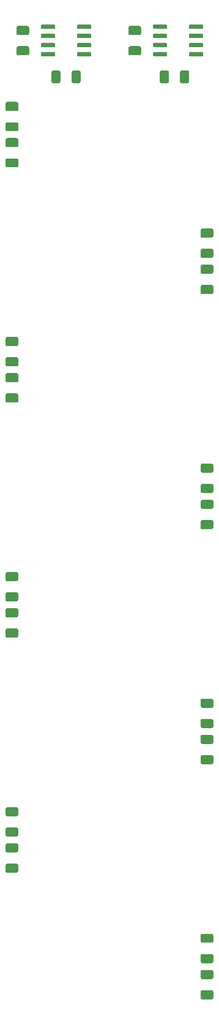
<source format=gtp>
G04 #@! TF.GenerationSoftware,KiCad,Pcbnew,(5.1.4)-1*
G04 #@! TF.CreationDate,2019-11-12T14:47:24+09:00*
G04 #@! TF.ProjectId,doubleRocketInterfacingUnit,646f7562-6c65-4526-9f63-6b6574496e74,rev?*
G04 #@! TF.SameCoordinates,Original*
G04 #@! TF.FileFunction,Paste,Top*
G04 #@! TF.FilePolarity,Positive*
%FSLAX46Y46*%
G04 Gerber Fmt 4.6, Leading zero omitted, Abs format (unit mm)*
G04 Created by KiCad (PCBNEW (5.1.4)-1) date 2019-11-12 14:47:24*
%MOMM*%
%LPD*%
G04 APERTURE LIST*
%ADD10C,0.100000*%
%ADD11C,0.600000*%
%ADD12C,1.250000*%
G04 APERTURE END LIST*
D10*
G36*
X128134703Y-225795722D02*
G01*
X128149264Y-225797882D01*
X128163543Y-225801459D01*
X128177403Y-225806418D01*
X128190710Y-225812712D01*
X128203336Y-225820280D01*
X128215159Y-225829048D01*
X128226066Y-225838934D01*
X128235952Y-225849841D01*
X128244720Y-225861664D01*
X128252288Y-225874290D01*
X128258582Y-225887597D01*
X128263541Y-225901457D01*
X128267118Y-225915736D01*
X128269278Y-225930297D01*
X128270000Y-225945000D01*
X128270000Y-226245000D01*
X128269278Y-226259703D01*
X128267118Y-226274264D01*
X128263541Y-226288543D01*
X128258582Y-226302403D01*
X128252288Y-226315710D01*
X128244720Y-226328336D01*
X128235952Y-226340159D01*
X128226066Y-226351066D01*
X128215159Y-226360952D01*
X128203336Y-226369720D01*
X128190710Y-226377288D01*
X128177403Y-226383582D01*
X128163543Y-226388541D01*
X128149264Y-226392118D01*
X128134703Y-226394278D01*
X128120000Y-226395000D01*
X126470000Y-226395000D01*
X126455297Y-226394278D01*
X126440736Y-226392118D01*
X126426457Y-226388541D01*
X126412597Y-226383582D01*
X126399290Y-226377288D01*
X126386664Y-226369720D01*
X126374841Y-226360952D01*
X126363934Y-226351066D01*
X126354048Y-226340159D01*
X126345280Y-226328336D01*
X126337712Y-226315710D01*
X126331418Y-226302403D01*
X126326459Y-226288543D01*
X126322882Y-226274264D01*
X126320722Y-226259703D01*
X126320000Y-226245000D01*
X126320000Y-225945000D01*
X126320722Y-225930297D01*
X126322882Y-225915736D01*
X126326459Y-225901457D01*
X126331418Y-225887597D01*
X126337712Y-225874290D01*
X126345280Y-225861664D01*
X126354048Y-225849841D01*
X126363934Y-225838934D01*
X126374841Y-225829048D01*
X126386664Y-225820280D01*
X126399290Y-225812712D01*
X126412597Y-225806418D01*
X126426457Y-225801459D01*
X126440736Y-225797882D01*
X126455297Y-225795722D01*
X126470000Y-225795000D01*
X128120000Y-225795000D01*
X128134703Y-225795722D01*
X128134703Y-225795722D01*
G37*
D11*
X127295000Y-226095000D03*
D10*
G36*
X128134703Y-227065722D02*
G01*
X128149264Y-227067882D01*
X128163543Y-227071459D01*
X128177403Y-227076418D01*
X128190710Y-227082712D01*
X128203336Y-227090280D01*
X128215159Y-227099048D01*
X128226066Y-227108934D01*
X128235952Y-227119841D01*
X128244720Y-227131664D01*
X128252288Y-227144290D01*
X128258582Y-227157597D01*
X128263541Y-227171457D01*
X128267118Y-227185736D01*
X128269278Y-227200297D01*
X128270000Y-227215000D01*
X128270000Y-227515000D01*
X128269278Y-227529703D01*
X128267118Y-227544264D01*
X128263541Y-227558543D01*
X128258582Y-227572403D01*
X128252288Y-227585710D01*
X128244720Y-227598336D01*
X128235952Y-227610159D01*
X128226066Y-227621066D01*
X128215159Y-227630952D01*
X128203336Y-227639720D01*
X128190710Y-227647288D01*
X128177403Y-227653582D01*
X128163543Y-227658541D01*
X128149264Y-227662118D01*
X128134703Y-227664278D01*
X128120000Y-227665000D01*
X126470000Y-227665000D01*
X126455297Y-227664278D01*
X126440736Y-227662118D01*
X126426457Y-227658541D01*
X126412597Y-227653582D01*
X126399290Y-227647288D01*
X126386664Y-227639720D01*
X126374841Y-227630952D01*
X126363934Y-227621066D01*
X126354048Y-227610159D01*
X126345280Y-227598336D01*
X126337712Y-227585710D01*
X126331418Y-227572403D01*
X126326459Y-227558543D01*
X126322882Y-227544264D01*
X126320722Y-227529703D01*
X126320000Y-227515000D01*
X126320000Y-227215000D01*
X126320722Y-227200297D01*
X126322882Y-227185736D01*
X126326459Y-227171457D01*
X126331418Y-227157597D01*
X126337712Y-227144290D01*
X126345280Y-227131664D01*
X126354048Y-227119841D01*
X126363934Y-227108934D01*
X126374841Y-227099048D01*
X126386664Y-227090280D01*
X126399290Y-227082712D01*
X126412597Y-227076418D01*
X126426457Y-227071459D01*
X126440736Y-227067882D01*
X126455297Y-227065722D01*
X126470000Y-227065000D01*
X128120000Y-227065000D01*
X128134703Y-227065722D01*
X128134703Y-227065722D01*
G37*
D11*
X127295000Y-227365000D03*
D10*
G36*
X128134703Y-228335722D02*
G01*
X128149264Y-228337882D01*
X128163543Y-228341459D01*
X128177403Y-228346418D01*
X128190710Y-228352712D01*
X128203336Y-228360280D01*
X128215159Y-228369048D01*
X128226066Y-228378934D01*
X128235952Y-228389841D01*
X128244720Y-228401664D01*
X128252288Y-228414290D01*
X128258582Y-228427597D01*
X128263541Y-228441457D01*
X128267118Y-228455736D01*
X128269278Y-228470297D01*
X128270000Y-228485000D01*
X128270000Y-228785000D01*
X128269278Y-228799703D01*
X128267118Y-228814264D01*
X128263541Y-228828543D01*
X128258582Y-228842403D01*
X128252288Y-228855710D01*
X128244720Y-228868336D01*
X128235952Y-228880159D01*
X128226066Y-228891066D01*
X128215159Y-228900952D01*
X128203336Y-228909720D01*
X128190710Y-228917288D01*
X128177403Y-228923582D01*
X128163543Y-228928541D01*
X128149264Y-228932118D01*
X128134703Y-228934278D01*
X128120000Y-228935000D01*
X126470000Y-228935000D01*
X126455297Y-228934278D01*
X126440736Y-228932118D01*
X126426457Y-228928541D01*
X126412597Y-228923582D01*
X126399290Y-228917288D01*
X126386664Y-228909720D01*
X126374841Y-228900952D01*
X126363934Y-228891066D01*
X126354048Y-228880159D01*
X126345280Y-228868336D01*
X126337712Y-228855710D01*
X126331418Y-228842403D01*
X126326459Y-228828543D01*
X126322882Y-228814264D01*
X126320722Y-228799703D01*
X126320000Y-228785000D01*
X126320000Y-228485000D01*
X126320722Y-228470297D01*
X126322882Y-228455736D01*
X126326459Y-228441457D01*
X126331418Y-228427597D01*
X126337712Y-228414290D01*
X126345280Y-228401664D01*
X126354048Y-228389841D01*
X126363934Y-228378934D01*
X126374841Y-228369048D01*
X126386664Y-228360280D01*
X126399290Y-228352712D01*
X126412597Y-228346418D01*
X126426457Y-228341459D01*
X126440736Y-228337882D01*
X126455297Y-228335722D01*
X126470000Y-228335000D01*
X128120000Y-228335000D01*
X128134703Y-228335722D01*
X128134703Y-228335722D01*
G37*
D11*
X127295000Y-228635000D03*
D10*
G36*
X128134703Y-229605722D02*
G01*
X128149264Y-229607882D01*
X128163543Y-229611459D01*
X128177403Y-229616418D01*
X128190710Y-229622712D01*
X128203336Y-229630280D01*
X128215159Y-229639048D01*
X128226066Y-229648934D01*
X128235952Y-229659841D01*
X128244720Y-229671664D01*
X128252288Y-229684290D01*
X128258582Y-229697597D01*
X128263541Y-229711457D01*
X128267118Y-229725736D01*
X128269278Y-229740297D01*
X128270000Y-229755000D01*
X128270000Y-230055000D01*
X128269278Y-230069703D01*
X128267118Y-230084264D01*
X128263541Y-230098543D01*
X128258582Y-230112403D01*
X128252288Y-230125710D01*
X128244720Y-230138336D01*
X128235952Y-230150159D01*
X128226066Y-230161066D01*
X128215159Y-230170952D01*
X128203336Y-230179720D01*
X128190710Y-230187288D01*
X128177403Y-230193582D01*
X128163543Y-230198541D01*
X128149264Y-230202118D01*
X128134703Y-230204278D01*
X128120000Y-230205000D01*
X126470000Y-230205000D01*
X126455297Y-230204278D01*
X126440736Y-230202118D01*
X126426457Y-230198541D01*
X126412597Y-230193582D01*
X126399290Y-230187288D01*
X126386664Y-230179720D01*
X126374841Y-230170952D01*
X126363934Y-230161066D01*
X126354048Y-230150159D01*
X126345280Y-230138336D01*
X126337712Y-230125710D01*
X126331418Y-230112403D01*
X126326459Y-230098543D01*
X126322882Y-230084264D01*
X126320722Y-230069703D01*
X126320000Y-230055000D01*
X126320000Y-229755000D01*
X126320722Y-229740297D01*
X126322882Y-229725736D01*
X126326459Y-229711457D01*
X126331418Y-229697597D01*
X126337712Y-229684290D01*
X126345280Y-229671664D01*
X126354048Y-229659841D01*
X126363934Y-229648934D01*
X126374841Y-229639048D01*
X126386664Y-229630280D01*
X126399290Y-229622712D01*
X126412597Y-229616418D01*
X126426457Y-229611459D01*
X126440736Y-229607882D01*
X126455297Y-229605722D01*
X126470000Y-229605000D01*
X128120000Y-229605000D01*
X128134703Y-229605722D01*
X128134703Y-229605722D01*
G37*
D11*
X127295000Y-229905000D03*
D10*
G36*
X123184703Y-229605722D02*
G01*
X123199264Y-229607882D01*
X123213543Y-229611459D01*
X123227403Y-229616418D01*
X123240710Y-229622712D01*
X123253336Y-229630280D01*
X123265159Y-229639048D01*
X123276066Y-229648934D01*
X123285952Y-229659841D01*
X123294720Y-229671664D01*
X123302288Y-229684290D01*
X123308582Y-229697597D01*
X123313541Y-229711457D01*
X123317118Y-229725736D01*
X123319278Y-229740297D01*
X123320000Y-229755000D01*
X123320000Y-230055000D01*
X123319278Y-230069703D01*
X123317118Y-230084264D01*
X123313541Y-230098543D01*
X123308582Y-230112403D01*
X123302288Y-230125710D01*
X123294720Y-230138336D01*
X123285952Y-230150159D01*
X123276066Y-230161066D01*
X123265159Y-230170952D01*
X123253336Y-230179720D01*
X123240710Y-230187288D01*
X123227403Y-230193582D01*
X123213543Y-230198541D01*
X123199264Y-230202118D01*
X123184703Y-230204278D01*
X123170000Y-230205000D01*
X121520000Y-230205000D01*
X121505297Y-230204278D01*
X121490736Y-230202118D01*
X121476457Y-230198541D01*
X121462597Y-230193582D01*
X121449290Y-230187288D01*
X121436664Y-230179720D01*
X121424841Y-230170952D01*
X121413934Y-230161066D01*
X121404048Y-230150159D01*
X121395280Y-230138336D01*
X121387712Y-230125710D01*
X121381418Y-230112403D01*
X121376459Y-230098543D01*
X121372882Y-230084264D01*
X121370722Y-230069703D01*
X121370000Y-230055000D01*
X121370000Y-229755000D01*
X121370722Y-229740297D01*
X121372882Y-229725736D01*
X121376459Y-229711457D01*
X121381418Y-229697597D01*
X121387712Y-229684290D01*
X121395280Y-229671664D01*
X121404048Y-229659841D01*
X121413934Y-229648934D01*
X121424841Y-229639048D01*
X121436664Y-229630280D01*
X121449290Y-229622712D01*
X121462597Y-229616418D01*
X121476457Y-229611459D01*
X121490736Y-229607882D01*
X121505297Y-229605722D01*
X121520000Y-229605000D01*
X123170000Y-229605000D01*
X123184703Y-229605722D01*
X123184703Y-229605722D01*
G37*
D11*
X122345000Y-229905000D03*
D10*
G36*
X123184703Y-228335722D02*
G01*
X123199264Y-228337882D01*
X123213543Y-228341459D01*
X123227403Y-228346418D01*
X123240710Y-228352712D01*
X123253336Y-228360280D01*
X123265159Y-228369048D01*
X123276066Y-228378934D01*
X123285952Y-228389841D01*
X123294720Y-228401664D01*
X123302288Y-228414290D01*
X123308582Y-228427597D01*
X123313541Y-228441457D01*
X123317118Y-228455736D01*
X123319278Y-228470297D01*
X123320000Y-228485000D01*
X123320000Y-228785000D01*
X123319278Y-228799703D01*
X123317118Y-228814264D01*
X123313541Y-228828543D01*
X123308582Y-228842403D01*
X123302288Y-228855710D01*
X123294720Y-228868336D01*
X123285952Y-228880159D01*
X123276066Y-228891066D01*
X123265159Y-228900952D01*
X123253336Y-228909720D01*
X123240710Y-228917288D01*
X123227403Y-228923582D01*
X123213543Y-228928541D01*
X123199264Y-228932118D01*
X123184703Y-228934278D01*
X123170000Y-228935000D01*
X121520000Y-228935000D01*
X121505297Y-228934278D01*
X121490736Y-228932118D01*
X121476457Y-228928541D01*
X121462597Y-228923582D01*
X121449290Y-228917288D01*
X121436664Y-228909720D01*
X121424841Y-228900952D01*
X121413934Y-228891066D01*
X121404048Y-228880159D01*
X121395280Y-228868336D01*
X121387712Y-228855710D01*
X121381418Y-228842403D01*
X121376459Y-228828543D01*
X121372882Y-228814264D01*
X121370722Y-228799703D01*
X121370000Y-228785000D01*
X121370000Y-228485000D01*
X121370722Y-228470297D01*
X121372882Y-228455736D01*
X121376459Y-228441457D01*
X121381418Y-228427597D01*
X121387712Y-228414290D01*
X121395280Y-228401664D01*
X121404048Y-228389841D01*
X121413934Y-228378934D01*
X121424841Y-228369048D01*
X121436664Y-228360280D01*
X121449290Y-228352712D01*
X121462597Y-228346418D01*
X121476457Y-228341459D01*
X121490736Y-228337882D01*
X121505297Y-228335722D01*
X121520000Y-228335000D01*
X123170000Y-228335000D01*
X123184703Y-228335722D01*
X123184703Y-228335722D01*
G37*
D11*
X122345000Y-228635000D03*
D10*
G36*
X123184703Y-227065722D02*
G01*
X123199264Y-227067882D01*
X123213543Y-227071459D01*
X123227403Y-227076418D01*
X123240710Y-227082712D01*
X123253336Y-227090280D01*
X123265159Y-227099048D01*
X123276066Y-227108934D01*
X123285952Y-227119841D01*
X123294720Y-227131664D01*
X123302288Y-227144290D01*
X123308582Y-227157597D01*
X123313541Y-227171457D01*
X123317118Y-227185736D01*
X123319278Y-227200297D01*
X123320000Y-227215000D01*
X123320000Y-227515000D01*
X123319278Y-227529703D01*
X123317118Y-227544264D01*
X123313541Y-227558543D01*
X123308582Y-227572403D01*
X123302288Y-227585710D01*
X123294720Y-227598336D01*
X123285952Y-227610159D01*
X123276066Y-227621066D01*
X123265159Y-227630952D01*
X123253336Y-227639720D01*
X123240710Y-227647288D01*
X123227403Y-227653582D01*
X123213543Y-227658541D01*
X123199264Y-227662118D01*
X123184703Y-227664278D01*
X123170000Y-227665000D01*
X121520000Y-227665000D01*
X121505297Y-227664278D01*
X121490736Y-227662118D01*
X121476457Y-227658541D01*
X121462597Y-227653582D01*
X121449290Y-227647288D01*
X121436664Y-227639720D01*
X121424841Y-227630952D01*
X121413934Y-227621066D01*
X121404048Y-227610159D01*
X121395280Y-227598336D01*
X121387712Y-227585710D01*
X121381418Y-227572403D01*
X121376459Y-227558543D01*
X121372882Y-227544264D01*
X121370722Y-227529703D01*
X121370000Y-227515000D01*
X121370000Y-227215000D01*
X121370722Y-227200297D01*
X121372882Y-227185736D01*
X121376459Y-227171457D01*
X121381418Y-227157597D01*
X121387712Y-227144290D01*
X121395280Y-227131664D01*
X121404048Y-227119841D01*
X121413934Y-227108934D01*
X121424841Y-227099048D01*
X121436664Y-227090280D01*
X121449290Y-227082712D01*
X121462597Y-227076418D01*
X121476457Y-227071459D01*
X121490736Y-227067882D01*
X121505297Y-227065722D01*
X121520000Y-227065000D01*
X123170000Y-227065000D01*
X123184703Y-227065722D01*
X123184703Y-227065722D01*
G37*
D11*
X122345000Y-227365000D03*
D10*
G36*
X123184703Y-225795722D02*
G01*
X123199264Y-225797882D01*
X123213543Y-225801459D01*
X123227403Y-225806418D01*
X123240710Y-225812712D01*
X123253336Y-225820280D01*
X123265159Y-225829048D01*
X123276066Y-225838934D01*
X123285952Y-225849841D01*
X123294720Y-225861664D01*
X123302288Y-225874290D01*
X123308582Y-225887597D01*
X123313541Y-225901457D01*
X123317118Y-225915736D01*
X123319278Y-225930297D01*
X123320000Y-225945000D01*
X123320000Y-226245000D01*
X123319278Y-226259703D01*
X123317118Y-226274264D01*
X123313541Y-226288543D01*
X123308582Y-226302403D01*
X123302288Y-226315710D01*
X123294720Y-226328336D01*
X123285952Y-226340159D01*
X123276066Y-226351066D01*
X123265159Y-226360952D01*
X123253336Y-226369720D01*
X123240710Y-226377288D01*
X123227403Y-226383582D01*
X123213543Y-226388541D01*
X123199264Y-226392118D01*
X123184703Y-226394278D01*
X123170000Y-226395000D01*
X121520000Y-226395000D01*
X121505297Y-226394278D01*
X121490736Y-226392118D01*
X121476457Y-226388541D01*
X121462597Y-226383582D01*
X121449290Y-226377288D01*
X121436664Y-226369720D01*
X121424841Y-226360952D01*
X121413934Y-226351066D01*
X121404048Y-226340159D01*
X121395280Y-226328336D01*
X121387712Y-226315710D01*
X121381418Y-226302403D01*
X121376459Y-226288543D01*
X121372882Y-226274264D01*
X121370722Y-226259703D01*
X121370000Y-226245000D01*
X121370000Y-225945000D01*
X121370722Y-225930297D01*
X121372882Y-225915736D01*
X121376459Y-225901457D01*
X121381418Y-225887597D01*
X121387712Y-225874290D01*
X121395280Y-225861664D01*
X121404048Y-225849841D01*
X121413934Y-225838934D01*
X121424841Y-225829048D01*
X121436664Y-225820280D01*
X121449290Y-225812712D01*
X121462597Y-225806418D01*
X121476457Y-225801459D01*
X121490736Y-225797882D01*
X121505297Y-225795722D01*
X121520000Y-225795000D01*
X123170000Y-225795000D01*
X123184703Y-225795722D01*
X123184703Y-225795722D01*
G37*
D11*
X122345000Y-226095000D03*
D10*
G36*
X112634703Y-225795722D02*
G01*
X112649264Y-225797882D01*
X112663543Y-225801459D01*
X112677403Y-225806418D01*
X112690710Y-225812712D01*
X112703336Y-225820280D01*
X112715159Y-225829048D01*
X112726066Y-225838934D01*
X112735952Y-225849841D01*
X112744720Y-225861664D01*
X112752288Y-225874290D01*
X112758582Y-225887597D01*
X112763541Y-225901457D01*
X112767118Y-225915736D01*
X112769278Y-225930297D01*
X112770000Y-225945000D01*
X112770000Y-226245000D01*
X112769278Y-226259703D01*
X112767118Y-226274264D01*
X112763541Y-226288543D01*
X112758582Y-226302403D01*
X112752288Y-226315710D01*
X112744720Y-226328336D01*
X112735952Y-226340159D01*
X112726066Y-226351066D01*
X112715159Y-226360952D01*
X112703336Y-226369720D01*
X112690710Y-226377288D01*
X112677403Y-226383582D01*
X112663543Y-226388541D01*
X112649264Y-226392118D01*
X112634703Y-226394278D01*
X112620000Y-226395000D01*
X110970000Y-226395000D01*
X110955297Y-226394278D01*
X110940736Y-226392118D01*
X110926457Y-226388541D01*
X110912597Y-226383582D01*
X110899290Y-226377288D01*
X110886664Y-226369720D01*
X110874841Y-226360952D01*
X110863934Y-226351066D01*
X110854048Y-226340159D01*
X110845280Y-226328336D01*
X110837712Y-226315710D01*
X110831418Y-226302403D01*
X110826459Y-226288543D01*
X110822882Y-226274264D01*
X110820722Y-226259703D01*
X110820000Y-226245000D01*
X110820000Y-225945000D01*
X110820722Y-225930297D01*
X110822882Y-225915736D01*
X110826459Y-225901457D01*
X110831418Y-225887597D01*
X110837712Y-225874290D01*
X110845280Y-225861664D01*
X110854048Y-225849841D01*
X110863934Y-225838934D01*
X110874841Y-225829048D01*
X110886664Y-225820280D01*
X110899290Y-225812712D01*
X110912597Y-225806418D01*
X110926457Y-225801459D01*
X110940736Y-225797882D01*
X110955297Y-225795722D01*
X110970000Y-225795000D01*
X112620000Y-225795000D01*
X112634703Y-225795722D01*
X112634703Y-225795722D01*
G37*
D11*
X111795000Y-226095000D03*
D10*
G36*
X112634703Y-227065722D02*
G01*
X112649264Y-227067882D01*
X112663543Y-227071459D01*
X112677403Y-227076418D01*
X112690710Y-227082712D01*
X112703336Y-227090280D01*
X112715159Y-227099048D01*
X112726066Y-227108934D01*
X112735952Y-227119841D01*
X112744720Y-227131664D01*
X112752288Y-227144290D01*
X112758582Y-227157597D01*
X112763541Y-227171457D01*
X112767118Y-227185736D01*
X112769278Y-227200297D01*
X112770000Y-227215000D01*
X112770000Y-227515000D01*
X112769278Y-227529703D01*
X112767118Y-227544264D01*
X112763541Y-227558543D01*
X112758582Y-227572403D01*
X112752288Y-227585710D01*
X112744720Y-227598336D01*
X112735952Y-227610159D01*
X112726066Y-227621066D01*
X112715159Y-227630952D01*
X112703336Y-227639720D01*
X112690710Y-227647288D01*
X112677403Y-227653582D01*
X112663543Y-227658541D01*
X112649264Y-227662118D01*
X112634703Y-227664278D01*
X112620000Y-227665000D01*
X110970000Y-227665000D01*
X110955297Y-227664278D01*
X110940736Y-227662118D01*
X110926457Y-227658541D01*
X110912597Y-227653582D01*
X110899290Y-227647288D01*
X110886664Y-227639720D01*
X110874841Y-227630952D01*
X110863934Y-227621066D01*
X110854048Y-227610159D01*
X110845280Y-227598336D01*
X110837712Y-227585710D01*
X110831418Y-227572403D01*
X110826459Y-227558543D01*
X110822882Y-227544264D01*
X110820722Y-227529703D01*
X110820000Y-227515000D01*
X110820000Y-227215000D01*
X110820722Y-227200297D01*
X110822882Y-227185736D01*
X110826459Y-227171457D01*
X110831418Y-227157597D01*
X110837712Y-227144290D01*
X110845280Y-227131664D01*
X110854048Y-227119841D01*
X110863934Y-227108934D01*
X110874841Y-227099048D01*
X110886664Y-227090280D01*
X110899290Y-227082712D01*
X110912597Y-227076418D01*
X110926457Y-227071459D01*
X110940736Y-227067882D01*
X110955297Y-227065722D01*
X110970000Y-227065000D01*
X112620000Y-227065000D01*
X112634703Y-227065722D01*
X112634703Y-227065722D01*
G37*
D11*
X111795000Y-227365000D03*
D10*
G36*
X112634703Y-228335722D02*
G01*
X112649264Y-228337882D01*
X112663543Y-228341459D01*
X112677403Y-228346418D01*
X112690710Y-228352712D01*
X112703336Y-228360280D01*
X112715159Y-228369048D01*
X112726066Y-228378934D01*
X112735952Y-228389841D01*
X112744720Y-228401664D01*
X112752288Y-228414290D01*
X112758582Y-228427597D01*
X112763541Y-228441457D01*
X112767118Y-228455736D01*
X112769278Y-228470297D01*
X112770000Y-228485000D01*
X112770000Y-228785000D01*
X112769278Y-228799703D01*
X112767118Y-228814264D01*
X112763541Y-228828543D01*
X112758582Y-228842403D01*
X112752288Y-228855710D01*
X112744720Y-228868336D01*
X112735952Y-228880159D01*
X112726066Y-228891066D01*
X112715159Y-228900952D01*
X112703336Y-228909720D01*
X112690710Y-228917288D01*
X112677403Y-228923582D01*
X112663543Y-228928541D01*
X112649264Y-228932118D01*
X112634703Y-228934278D01*
X112620000Y-228935000D01*
X110970000Y-228935000D01*
X110955297Y-228934278D01*
X110940736Y-228932118D01*
X110926457Y-228928541D01*
X110912597Y-228923582D01*
X110899290Y-228917288D01*
X110886664Y-228909720D01*
X110874841Y-228900952D01*
X110863934Y-228891066D01*
X110854048Y-228880159D01*
X110845280Y-228868336D01*
X110837712Y-228855710D01*
X110831418Y-228842403D01*
X110826459Y-228828543D01*
X110822882Y-228814264D01*
X110820722Y-228799703D01*
X110820000Y-228785000D01*
X110820000Y-228485000D01*
X110820722Y-228470297D01*
X110822882Y-228455736D01*
X110826459Y-228441457D01*
X110831418Y-228427597D01*
X110837712Y-228414290D01*
X110845280Y-228401664D01*
X110854048Y-228389841D01*
X110863934Y-228378934D01*
X110874841Y-228369048D01*
X110886664Y-228360280D01*
X110899290Y-228352712D01*
X110912597Y-228346418D01*
X110926457Y-228341459D01*
X110940736Y-228337882D01*
X110955297Y-228335722D01*
X110970000Y-228335000D01*
X112620000Y-228335000D01*
X112634703Y-228335722D01*
X112634703Y-228335722D01*
G37*
D11*
X111795000Y-228635000D03*
D10*
G36*
X112634703Y-229605722D02*
G01*
X112649264Y-229607882D01*
X112663543Y-229611459D01*
X112677403Y-229616418D01*
X112690710Y-229622712D01*
X112703336Y-229630280D01*
X112715159Y-229639048D01*
X112726066Y-229648934D01*
X112735952Y-229659841D01*
X112744720Y-229671664D01*
X112752288Y-229684290D01*
X112758582Y-229697597D01*
X112763541Y-229711457D01*
X112767118Y-229725736D01*
X112769278Y-229740297D01*
X112770000Y-229755000D01*
X112770000Y-230055000D01*
X112769278Y-230069703D01*
X112767118Y-230084264D01*
X112763541Y-230098543D01*
X112758582Y-230112403D01*
X112752288Y-230125710D01*
X112744720Y-230138336D01*
X112735952Y-230150159D01*
X112726066Y-230161066D01*
X112715159Y-230170952D01*
X112703336Y-230179720D01*
X112690710Y-230187288D01*
X112677403Y-230193582D01*
X112663543Y-230198541D01*
X112649264Y-230202118D01*
X112634703Y-230204278D01*
X112620000Y-230205000D01*
X110970000Y-230205000D01*
X110955297Y-230204278D01*
X110940736Y-230202118D01*
X110926457Y-230198541D01*
X110912597Y-230193582D01*
X110899290Y-230187288D01*
X110886664Y-230179720D01*
X110874841Y-230170952D01*
X110863934Y-230161066D01*
X110854048Y-230150159D01*
X110845280Y-230138336D01*
X110837712Y-230125710D01*
X110831418Y-230112403D01*
X110826459Y-230098543D01*
X110822882Y-230084264D01*
X110820722Y-230069703D01*
X110820000Y-230055000D01*
X110820000Y-229755000D01*
X110820722Y-229740297D01*
X110822882Y-229725736D01*
X110826459Y-229711457D01*
X110831418Y-229697597D01*
X110837712Y-229684290D01*
X110845280Y-229671664D01*
X110854048Y-229659841D01*
X110863934Y-229648934D01*
X110874841Y-229639048D01*
X110886664Y-229630280D01*
X110899290Y-229622712D01*
X110912597Y-229616418D01*
X110926457Y-229611459D01*
X110940736Y-229607882D01*
X110955297Y-229605722D01*
X110970000Y-229605000D01*
X112620000Y-229605000D01*
X112634703Y-229605722D01*
X112634703Y-229605722D01*
G37*
D11*
X111795000Y-229905000D03*
D10*
G36*
X107684703Y-229605722D02*
G01*
X107699264Y-229607882D01*
X107713543Y-229611459D01*
X107727403Y-229616418D01*
X107740710Y-229622712D01*
X107753336Y-229630280D01*
X107765159Y-229639048D01*
X107776066Y-229648934D01*
X107785952Y-229659841D01*
X107794720Y-229671664D01*
X107802288Y-229684290D01*
X107808582Y-229697597D01*
X107813541Y-229711457D01*
X107817118Y-229725736D01*
X107819278Y-229740297D01*
X107820000Y-229755000D01*
X107820000Y-230055000D01*
X107819278Y-230069703D01*
X107817118Y-230084264D01*
X107813541Y-230098543D01*
X107808582Y-230112403D01*
X107802288Y-230125710D01*
X107794720Y-230138336D01*
X107785952Y-230150159D01*
X107776066Y-230161066D01*
X107765159Y-230170952D01*
X107753336Y-230179720D01*
X107740710Y-230187288D01*
X107727403Y-230193582D01*
X107713543Y-230198541D01*
X107699264Y-230202118D01*
X107684703Y-230204278D01*
X107670000Y-230205000D01*
X106020000Y-230205000D01*
X106005297Y-230204278D01*
X105990736Y-230202118D01*
X105976457Y-230198541D01*
X105962597Y-230193582D01*
X105949290Y-230187288D01*
X105936664Y-230179720D01*
X105924841Y-230170952D01*
X105913934Y-230161066D01*
X105904048Y-230150159D01*
X105895280Y-230138336D01*
X105887712Y-230125710D01*
X105881418Y-230112403D01*
X105876459Y-230098543D01*
X105872882Y-230084264D01*
X105870722Y-230069703D01*
X105870000Y-230055000D01*
X105870000Y-229755000D01*
X105870722Y-229740297D01*
X105872882Y-229725736D01*
X105876459Y-229711457D01*
X105881418Y-229697597D01*
X105887712Y-229684290D01*
X105895280Y-229671664D01*
X105904048Y-229659841D01*
X105913934Y-229648934D01*
X105924841Y-229639048D01*
X105936664Y-229630280D01*
X105949290Y-229622712D01*
X105962597Y-229616418D01*
X105976457Y-229611459D01*
X105990736Y-229607882D01*
X106005297Y-229605722D01*
X106020000Y-229605000D01*
X107670000Y-229605000D01*
X107684703Y-229605722D01*
X107684703Y-229605722D01*
G37*
D11*
X106845000Y-229905000D03*
D10*
G36*
X107684703Y-228335722D02*
G01*
X107699264Y-228337882D01*
X107713543Y-228341459D01*
X107727403Y-228346418D01*
X107740710Y-228352712D01*
X107753336Y-228360280D01*
X107765159Y-228369048D01*
X107776066Y-228378934D01*
X107785952Y-228389841D01*
X107794720Y-228401664D01*
X107802288Y-228414290D01*
X107808582Y-228427597D01*
X107813541Y-228441457D01*
X107817118Y-228455736D01*
X107819278Y-228470297D01*
X107820000Y-228485000D01*
X107820000Y-228785000D01*
X107819278Y-228799703D01*
X107817118Y-228814264D01*
X107813541Y-228828543D01*
X107808582Y-228842403D01*
X107802288Y-228855710D01*
X107794720Y-228868336D01*
X107785952Y-228880159D01*
X107776066Y-228891066D01*
X107765159Y-228900952D01*
X107753336Y-228909720D01*
X107740710Y-228917288D01*
X107727403Y-228923582D01*
X107713543Y-228928541D01*
X107699264Y-228932118D01*
X107684703Y-228934278D01*
X107670000Y-228935000D01*
X106020000Y-228935000D01*
X106005297Y-228934278D01*
X105990736Y-228932118D01*
X105976457Y-228928541D01*
X105962597Y-228923582D01*
X105949290Y-228917288D01*
X105936664Y-228909720D01*
X105924841Y-228900952D01*
X105913934Y-228891066D01*
X105904048Y-228880159D01*
X105895280Y-228868336D01*
X105887712Y-228855710D01*
X105881418Y-228842403D01*
X105876459Y-228828543D01*
X105872882Y-228814264D01*
X105870722Y-228799703D01*
X105870000Y-228785000D01*
X105870000Y-228485000D01*
X105870722Y-228470297D01*
X105872882Y-228455736D01*
X105876459Y-228441457D01*
X105881418Y-228427597D01*
X105887712Y-228414290D01*
X105895280Y-228401664D01*
X105904048Y-228389841D01*
X105913934Y-228378934D01*
X105924841Y-228369048D01*
X105936664Y-228360280D01*
X105949290Y-228352712D01*
X105962597Y-228346418D01*
X105976457Y-228341459D01*
X105990736Y-228337882D01*
X106005297Y-228335722D01*
X106020000Y-228335000D01*
X107670000Y-228335000D01*
X107684703Y-228335722D01*
X107684703Y-228335722D01*
G37*
D11*
X106845000Y-228635000D03*
D10*
G36*
X107684703Y-227065722D02*
G01*
X107699264Y-227067882D01*
X107713543Y-227071459D01*
X107727403Y-227076418D01*
X107740710Y-227082712D01*
X107753336Y-227090280D01*
X107765159Y-227099048D01*
X107776066Y-227108934D01*
X107785952Y-227119841D01*
X107794720Y-227131664D01*
X107802288Y-227144290D01*
X107808582Y-227157597D01*
X107813541Y-227171457D01*
X107817118Y-227185736D01*
X107819278Y-227200297D01*
X107820000Y-227215000D01*
X107820000Y-227515000D01*
X107819278Y-227529703D01*
X107817118Y-227544264D01*
X107813541Y-227558543D01*
X107808582Y-227572403D01*
X107802288Y-227585710D01*
X107794720Y-227598336D01*
X107785952Y-227610159D01*
X107776066Y-227621066D01*
X107765159Y-227630952D01*
X107753336Y-227639720D01*
X107740710Y-227647288D01*
X107727403Y-227653582D01*
X107713543Y-227658541D01*
X107699264Y-227662118D01*
X107684703Y-227664278D01*
X107670000Y-227665000D01*
X106020000Y-227665000D01*
X106005297Y-227664278D01*
X105990736Y-227662118D01*
X105976457Y-227658541D01*
X105962597Y-227653582D01*
X105949290Y-227647288D01*
X105936664Y-227639720D01*
X105924841Y-227630952D01*
X105913934Y-227621066D01*
X105904048Y-227610159D01*
X105895280Y-227598336D01*
X105887712Y-227585710D01*
X105881418Y-227572403D01*
X105876459Y-227558543D01*
X105872882Y-227544264D01*
X105870722Y-227529703D01*
X105870000Y-227515000D01*
X105870000Y-227215000D01*
X105870722Y-227200297D01*
X105872882Y-227185736D01*
X105876459Y-227171457D01*
X105881418Y-227157597D01*
X105887712Y-227144290D01*
X105895280Y-227131664D01*
X105904048Y-227119841D01*
X105913934Y-227108934D01*
X105924841Y-227099048D01*
X105936664Y-227090280D01*
X105949290Y-227082712D01*
X105962597Y-227076418D01*
X105976457Y-227071459D01*
X105990736Y-227067882D01*
X106005297Y-227065722D01*
X106020000Y-227065000D01*
X107670000Y-227065000D01*
X107684703Y-227065722D01*
X107684703Y-227065722D01*
G37*
D11*
X106845000Y-227365000D03*
D10*
G36*
X107684703Y-225795722D02*
G01*
X107699264Y-225797882D01*
X107713543Y-225801459D01*
X107727403Y-225806418D01*
X107740710Y-225812712D01*
X107753336Y-225820280D01*
X107765159Y-225829048D01*
X107776066Y-225838934D01*
X107785952Y-225849841D01*
X107794720Y-225861664D01*
X107802288Y-225874290D01*
X107808582Y-225887597D01*
X107813541Y-225901457D01*
X107817118Y-225915736D01*
X107819278Y-225930297D01*
X107820000Y-225945000D01*
X107820000Y-226245000D01*
X107819278Y-226259703D01*
X107817118Y-226274264D01*
X107813541Y-226288543D01*
X107808582Y-226302403D01*
X107802288Y-226315710D01*
X107794720Y-226328336D01*
X107785952Y-226340159D01*
X107776066Y-226351066D01*
X107765159Y-226360952D01*
X107753336Y-226369720D01*
X107740710Y-226377288D01*
X107727403Y-226383582D01*
X107713543Y-226388541D01*
X107699264Y-226392118D01*
X107684703Y-226394278D01*
X107670000Y-226395000D01*
X106020000Y-226395000D01*
X106005297Y-226394278D01*
X105990736Y-226392118D01*
X105976457Y-226388541D01*
X105962597Y-226383582D01*
X105949290Y-226377288D01*
X105936664Y-226369720D01*
X105924841Y-226360952D01*
X105913934Y-226351066D01*
X105904048Y-226340159D01*
X105895280Y-226328336D01*
X105887712Y-226315710D01*
X105881418Y-226302403D01*
X105876459Y-226288543D01*
X105872882Y-226274264D01*
X105870722Y-226259703D01*
X105870000Y-226245000D01*
X105870000Y-225945000D01*
X105870722Y-225930297D01*
X105872882Y-225915736D01*
X105876459Y-225901457D01*
X105881418Y-225887597D01*
X105887712Y-225874290D01*
X105895280Y-225861664D01*
X105904048Y-225849841D01*
X105913934Y-225838934D01*
X105924841Y-225829048D01*
X105936664Y-225820280D01*
X105949290Y-225812712D01*
X105962597Y-225806418D01*
X105976457Y-225801459D01*
X105990736Y-225797882D01*
X106005297Y-225795722D01*
X106020000Y-225795000D01*
X107670000Y-225795000D01*
X107684703Y-225795722D01*
X107684703Y-225795722D01*
G37*
D11*
X106845000Y-226095000D03*
D10*
G36*
X119469504Y-225976204D02*
G01*
X119493773Y-225979804D01*
X119517571Y-225985765D01*
X119540671Y-225994030D01*
X119562849Y-226004520D01*
X119583893Y-226017133D01*
X119603598Y-226031747D01*
X119621777Y-226048223D01*
X119638253Y-226066402D01*
X119652867Y-226086107D01*
X119665480Y-226107151D01*
X119675970Y-226129329D01*
X119684235Y-226152429D01*
X119690196Y-226176227D01*
X119693796Y-226200496D01*
X119695000Y-226225000D01*
X119695000Y-226975000D01*
X119693796Y-226999504D01*
X119690196Y-227023773D01*
X119684235Y-227047571D01*
X119675970Y-227070671D01*
X119665480Y-227092849D01*
X119652867Y-227113893D01*
X119638253Y-227133598D01*
X119621777Y-227151777D01*
X119603598Y-227168253D01*
X119583893Y-227182867D01*
X119562849Y-227195480D01*
X119540671Y-227205970D01*
X119517571Y-227214235D01*
X119493773Y-227220196D01*
X119469504Y-227223796D01*
X119445000Y-227225000D01*
X118195000Y-227225000D01*
X118170496Y-227223796D01*
X118146227Y-227220196D01*
X118122429Y-227214235D01*
X118099329Y-227205970D01*
X118077151Y-227195480D01*
X118056107Y-227182867D01*
X118036402Y-227168253D01*
X118018223Y-227151777D01*
X118001747Y-227133598D01*
X117987133Y-227113893D01*
X117974520Y-227092849D01*
X117964030Y-227070671D01*
X117955765Y-227047571D01*
X117949804Y-227023773D01*
X117946204Y-226999504D01*
X117945000Y-226975000D01*
X117945000Y-226225000D01*
X117946204Y-226200496D01*
X117949804Y-226176227D01*
X117955765Y-226152429D01*
X117964030Y-226129329D01*
X117974520Y-226107151D01*
X117987133Y-226086107D01*
X118001747Y-226066402D01*
X118018223Y-226048223D01*
X118036402Y-226031747D01*
X118056107Y-226017133D01*
X118077151Y-226004520D01*
X118099329Y-225994030D01*
X118122429Y-225985765D01*
X118146227Y-225979804D01*
X118170496Y-225976204D01*
X118195000Y-225975000D01*
X119445000Y-225975000D01*
X119469504Y-225976204D01*
X119469504Y-225976204D01*
G37*
D12*
X118820000Y-226600000D03*
D10*
G36*
X119469504Y-228776204D02*
G01*
X119493773Y-228779804D01*
X119517571Y-228785765D01*
X119540671Y-228794030D01*
X119562849Y-228804520D01*
X119583893Y-228817133D01*
X119603598Y-228831747D01*
X119621777Y-228848223D01*
X119638253Y-228866402D01*
X119652867Y-228886107D01*
X119665480Y-228907151D01*
X119675970Y-228929329D01*
X119684235Y-228952429D01*
X119690196Y-228976227D01*
X119693796Y-229000496D01*
X119695000Y-229025000D01*
X119695000Y-229775000D01*
X119693796Y-229799504D01*
X119690196Y-229823773D01*
X119684235Y-229847571D01*
X119675970Y-229870671D01*
X119665480Y-229892849D01*
X119652867Y-229913893D01*
X119638253Y-229933598D01*
X119621777Y-229951777D01*
X119603598Y-229968253D01*
X119583893Y-229982867D01*
X119562849Y-229995480D01*
X119540671Y-230005970D01*
X119517571Y-230014235D01*
X119493773Y-230020196D01*
X119469504Y-230023796D01*
X119445000Y-230025000D01*
X118195000Y-230025000D01*
X118170496Y-230023796D01*
X118146227Y-230020196D01*
X118122429Y-230014235D01*
X118099329Y-230005970D01*
X118077151Y-229995480D01*
X118056107Y-229982867D01*
X118036402Y-229968253D01*
X118018223Y-229951777D01*
X118001747Y-229933598D01*
X117987133Y-229913893D01*
X117974520Y-229892849D01*
X117964030Y-229870671D01*
X117955765Y-229847571D01*
X117949804Y-229823773D01*
X117946204Y-229799504D01*
X117945000Y-229775000D01*
X117945000Y-229025000D01*
X117946204Y-229000496D01*
X117949804Y-228976227D01*
X117955765Y-228952429D01*
X117964030Y-228929329D01*
X117974520Y-228907151D01*
X117987133Y-228886107D01*
X118001747Y-228866402D01*
X118018223Y-228848223D01*
X118036402Y-228831747D01*
X118056107Y-228817133D01*
X118077151Y-228804520D01*
X118099329Y-228794030D01*
X118122429Y-228785765D01*
X118146227Y-228779804D01*
X118170496Y-228776204D01*
X118195000Y-228775000D01*
X119445000Y-228775000D01*
X119469504Y-228776204D01*
X119469504Y-228776204D01*
G37*
D12*
X118820000Y-229400000D03*
D10*
G36*
X108319504Y-232126204D02*
G01*
X108343773Y-232129804D01*
X108367571Y-232135765D01*
X108390671Y-232144030D01*
X108412849Y-232154520D01*
X108433893Y-232167133D01*
X108453598Y-232181747D01*
X108471777Y-232198223D01*
X108488253Y-232216402D01*
X108502867Y-232236107D01*
X108515480Y-232257151D01*
X108525970Y-232279329D01*
X108534235Y-232302429D01*
X108540196Y-232326227D01*
X108543796Y-232350496D01*
X108545000Y-232375000D01*
X108545000Y-233625000D01*
X108543796Y-233649504D01*
X108540196Y-233673773D01*
X108534235Y-233697571D01*
X108525970Y-233720671D01*
X108515480Y-233742849D01*
X108502867Y-233763893D01*
X108488253Y-233783598D01*
X108471777Y-233801777D01*
X108453598Y-233818253D01*
X108433893Y-233832867D01*
X108412849Y-233845480D01*
X108390671Y-233855970D01*
X108367571Y-233864235D01*
X108343773Y-233870196D01*
X108319504Y-233873796D01*
X108295000Y-233875000D01*
X107545000Y-233875000D01*
X107520496Y-233873796D01*
X107496227Y-233870196D01*
X107472429Y-233864235D01*
X107449329Y-233855970D01*
X107427151Y-233845480D01*
X107406107Y-233832867D01*
X107386402Y-233818253D01*
X107368223Y-233801777D01*
X107351747Y-233783598D01*
X107337133Y-233763893D01*
X107324520Y-233742849D01*
X107314030Y-233720671D01*
X107305765Y-233697571D01*
X107299804Y-233673773D01*
X107296204Y-233649504D01*
X107295000Y-233625000D01*
X107295000Y-232375000D01*
X107296204Y-232350496D01*
X107299804Y-232326227D01*
X107305765Y-232302429D01*
X107314030Y-232279329D01*
X107324520Y-232257151D01*
X107337133Y-232236107D01*
X107351747Y-232216402D01*
X107368223Y-232198223D01*
X107386402Y-232181747D01*
X107406107Y-232167133D01*
X107427151Y-232154520D01*
X107449329Y-232144030D01*
X107472429Y-232135765D01*
X107496227Y-232129804D01*
X107520496Y-232126204D01*
X107545000Y-232125000D01*
X108295000Y-232125000D01*
X108319504Y-232126204D01*
X108319504Y-232126204D01*
G37*
D12*
X107920000Y-233000000D03*
D10*
G36*
X111119504Y-232126204D02*
G01*
X111143773Y-232129804D01*
X111167571Y-232135765D01*
X111190671Y-232144030D01*
X111212849Y-232154520D01*
X111233893Y-232167133D01*
X111253598Y-232181747D01*
X111271777Y-232198223D01*
X111288253Y-232216402D01*
X111302867Y-232236107D01*
X111315480Y-232257151D01*
X111325970Y-232279329D01*
X111334235Y-232302429D01*
X111340196Y-232326227D01*
X111343796Y-232350496D01*
X111345000Y-232375000D01*
X111345000Y-233625000D01*
X111343796Y-233649504D01*
X111340196Y-233673773D01*
X111334235Y-233697571D01*
X111325970Y-233720671D01*
X111315480Y-233742849D01*
X111302867Y-233763893D01*
X111288253Y-233783598D01*
X111271777Y-233801777D01*
X111253598Y-233818253D01*
X111233893Y-233832867D01*
X111212849Y-233845480D01*
X111190671Y-233855970D01*
X111167571Y-233864235D01*
X111143773Y-233870196D01*
X111119504Y-233873796D01*
X111095000Y-233875000D01*
X110345000Y-233875000D01*
X110320496Y-233873796D01*
X110296227Y-233870196D01*
X110272429Y-233864235D01*
X110249329Y-233855970D01*
X110227151Y-233845480D01*
X110206107Y-233832867D01*
X110186402Y-233818253D01*
X110168223Y-233801777D01*
X110151747Y-233783598D01*
X110137133Y-233763893D01*
X110124520Y-233742849D01*
X110114030Y-233720671D01*
X110105765Y-233697571D01*
X110099804Y-233673773D01*
X110096204Y-233649504D01*
X110095000Y-233625000D01*
X110095000Y-232375000D01*
X110096204Y-232350496D01*
X110099804Y-232326227D01*
X110105765Y-232302429D01*
X110114030Y-232279329D01*
X110124520Y-232257151D01*
X110137133Y-232236107D01*
X110151747Y-232216402D01*
X110168223Y-232198223D01*
X110186402Y-232181747D01*
X110206107Y-232167133D01*
X110227151Y-232154520D01*
X110249329Y-232144030D01*
X110272429Y-232135765D01*
X110296227Y-232129804D01*
X110320496Y-232126204D01*
X110345000Y-232125000D01*
X111095000Y-232125000D01*
X111119504Y-232126204D01*
X111119504Y-232126204D01*
G37*
D12*
X110720000Y-233000000D03*
D10*
G36*
X103969504Y-225976204D02*
G01*
X103993773Y-225979804D01*
X104017571Y-225985765D01*
X104040671Y-225994030D01*
X104062849Y-226004520D01*
X104083893Y-226017133D01*
X104103598Y-226031747D01*
X104121777Y-226048223D01*
X104138253Y-226066402D01*
X104152867Y-226086107D01*
X104165480Y-226107151D01*
X104175970Y-226129329D01*
X104184235Y-226152429D01*
X104190196Y-226176227D01*
X104193796Y-226200496D01*
X104195000Y-226225000D01*
X104195000Y-226975000D01*
X104193796Y-226999504D01*
X104190196Y-227023773D01*
X104184235Y-227047571D01*
X104175970Y-227070671D01*
X104165480Y-227092849D01*
X104152867Y-227113893D01*
X104138253Y-227133598D01*
X104121777Y-227151777D01*
X104103598Y-227168253D01*
X104083893Y-227182867D01*
X104062849Y-227195480D01*
X104040671Y-227205970D01*
X104017571Y-227214235D01*
X103993773Y-227220196D01*
X103969504Y-227223796D01*
X103945000Y-227225000D01*
X102695000Y-227225000D01*
X102670496Y-227223796D01*
X102646227Y-227220196D01*
X102622429Y-227214235D01*
X102599329Y-227205970D01*
X102577151Y-227195480D01*
X102556107Y-227182867D01*
X102536402Y-227168253D01*
X102518223Y-227151777D01*
X102501747Y-227133598D01*
X102487133Y-227113893D01*
X102474520Y-227092849D01*
X102464030Y-227070671D01*
X102455765Y-227047571D01*
X102449804Y-227023773D01*
X102446204Y-226999504D01*
X102445000Y-226975000D01*
X102445000Y-226225000D01*
X102446204Y-226200496D01*
X102449804Y-226176227D01*
X102455765Y-226152429D01*
X102464030Y-226129329D01*
X102474520Y-226107151D01*
X102487133Y-226086107D01*
X102501747Y-226066402D01*
X102518223Y-226048223D01*
X102536402Y-226031747D01*
X102556107Y-226017133D01*
X102577151Y-226004520D01*
X102599329Y-225994030D01*
X102622429Y-225985765D01*
X102646227Y-225979804D01*
X102670496Y-225976204D01*
X102695000Y-225975000D01*
X103945000Y-225975000D01*
X103969504Y-225976204D01*
X103969504Y-225976204D01*
G37*
D12*
X103320000Y-226600000D03*
D10*
G36*
X103969504Y-228776204D02*
G01*
X103993773Y-228779804D01*
X104017571Y-228785765D01*
X104040671Y-228794030D01*
X104062849Y-228804520D01*
X104083893Y-228817133D01*
X104103598Y-228831747D01*
X104121777Y-228848223D01*
X104138253Y-228866402D01*
X104152867Y-228886107D01*
X104165480Y-228907151D01*
X104175970Y-228929329D01*
X104184235Y-228952429D01*
X104190196Y-228976227D01*
X104193796Y-229000496D01*
X104195000Y-229025000D01*
X104195000Y-229775000D01*
X104193796Y-229799504D01*
X104190196Y-229823773D01*
X104184235Y-229847571D01*
X104175970Y-229870671D01*
X104165480Y-229892849D01*
X104152867Y-229913893D01*
X104138253Y-229933598D01*
X104121777Y-229951777D01*
X104103598Y-229968253D01*
X104083893Y-229982867D01*
X104062849Y-229995480D01*
X104040671Y-230005970D01*
X104017571Y-230014235D01*
X103993773Y-230020196D01*
X103969504Y-230023796D01*
X103945000Y-230025000D01*
X102695000Y-230025000D01*
X102670496Y-230023796D01*
X102646227Y-230020196D01*
X102622429Y-230014235D01*
X102599329Y-230005970D01*
X102577151Y-229995480D01*
X102556107Y-229982867D01*
X102536402Y-229968253D01*
X102518223Y-229951777D01*
X102501747Y-229933598D01*
X102487133Y-229913893D01*
X102474520Y-229892849D01*
X102464030Y-229870671D01*
X102455765Y-229847571D01*
X102449804Y-229823773D01*
X102446204Y-229799504D01*
X102445000Y-229775000D01*
X102445000Y-229025000D01*
X102446204Y-229000496D01*
X102449804Y-228976227D01*
X102455765Y-228952429D01*
X102464030Y-228929329D01*
X102474520Y-228907151D01*
X102487133Y-228886107D01*
X102501747Y-228866402D01*
X102518223Y-228848223D01*
X102536402Y-228831747D01*
X102556107Y-228817133D01*
X102577151Y-228804520D01*
X102599329Y-228794030D01*
X102622429Y-228785765D01*
X102646227Y-228779804D01*
X102670496Y-228776204D01*
X102695000Y-228775000D01*
X103945000Y-228775000D01*
X103969504Y-228776204D01*
X103969504Y-228776204D01*
G37*
D12*
X103320000Y-229400000D03*
D10*
G36*
X123319504Y-232126204D02*
G01*
X123343773Y-232129804D01*
X123367571Y-232135765D01*
X123390671Y-232144030D01*
X123412849Y-232154520D01*
X123433893Y-232167133D01*
X123453598Y-232181747D01*
X123471777Y-232198223D01*
X123488253Y-232216402D01*
X123502867Y-232236107D01*
X123515480Y-232257151D01*
X123525970Y-232279329D01*
X123534235Y-232302429D01*
X123540196Y-232326227D01*
X123543796Y-232350496D01*
X123545000Y-232375000D01*
X123545000Y-233625000D01*
X123543796Y-233649504D01*
X123540196Y-233673773D01*
X123534235Y-233697571D01*
X123525970Y-233720671D01*
X123515480Y-233742849D01*
X123502867Y-233763893D01*
X123488253Y-233783598D01*
X123471777Y-233801777D01*
X123453598Y-233818253D01*
X123433893Y-233832867D01*
X123412849Y-233845480D01*
X123390671Y-233855970D01*
X123367571Y-233864235D01*
X123343773Y-233870196D01*
X123319504Y-233873796D01*
X123295000Y-233875000D01*
X122545000Y-233875000D01*
X122520496Y-233873796D01*
X122496227Y-233870196D01*
X122472429Y-233864235D01*
X122449329Y-233855970D01*
X122427151Y-233845480D01*
X122406107Y-233832867D01*
X122386402Y-233818253D01*
X122368223Y-233801777D01*
X122351747Y-233783598D01*
X122337133Y-233763893D01*
X122324520Y-233742849D01*
X122314030Y-233720671D01*
X122305765Y-233697571D01*
X122299804Y-233673773D01*
X122296204Y-233649504D01*
X122295000Y-233625000D01*
X122295000Y-232375000D01*
X122296204Y-232350496D01*
X122299804Y-232326227D01*
X122305765Y-232302429D01*
X122314030Y-232279329D01*
X122324520Y-232257151D01*
X122337133Y-232236107D01*
X122351747Y-232216402D01*
X122368223Y-232198223D01*
X122386402Y-232181747D01*
X122406107Y-232167133D01*
X122427151Y-232154520D01*
X122449329Y-232144030D01*
X122472429Y-232135765D01*
X122496227Y-232129804D01*
X122520496Y-232126204D01*
X122545000Y-232125000D01*
X123295000Y-232125000D01*
X123319504Y-232126204D01*
X123319504Y-232126204D01*
G37*
D12*
X122920000Y-233000000D03*
D10*
G36*
X126119504Y-232126204D02*
G01*
X126143773Y-232129804D01*
X126167571Y-232135765D01*
X126190671Y-232144030D01*
X126212849Y-232154520D01*
X126233893Y-232167133D01*
X126253598Y-232181747D01*
X126271777Y-232198223D01*
X126288253Y-232216402D01*
X126302867Y-232236107D01*
X126315480Y-232257151D01*
X126325970Y-232279329D01*
X126334235Y-232302429D01*
X126340196Y-232326227D01*
X126343796Y-232350496D01*
X126345000Y-232375000D01*
X126345000Y-233625000D01*
X126343796Y-233649504D01*
X126340196Y-233673773D01*
X126334235Y-233697571D01*
X126325970Y-233720671D01*
X126315480Y-233742849D01*
X126302867Y-233763893D01*
X126288253Y-233783598D01*
X126271777Y-233801777D01*
X126253598Y-233818253D01*
X126233893Y-233832867D01*
X126212849Y-233845480D01*
X126190671Y-233855970D01*
X126167571Y-233864235D01*
X126143773Y-233870196D01*
X126119504Y-233873796D01*
X126095000Y-233875000D01*
X125345000Y-233875000D01*
X125320496Y-233873796D01*
X125296227Y-233870196D01*
X125272429Y-233864235D01*
X125249329Y-233855970D01*
X125227151Y-233845480D01*
X125206107Y-233832867D01*
X125186402Y-233818253D01*
X125168223Y-233801777D01*
X125151747Y-233783598D01*
X125137133Y-233763893D01*
X125124520Y-233742849D01*
X125114030Y-233720671D01*
X125105765Y-233697571D01*
X125099804Y-233673773D01*
X125096204Y-233649504D01*
X125095000Y-233625000D01*
X125095000Y-232375000D01*
X125096204Y-232350496D01*
X125099804Y-232326227D01*
X125105765Y-232302429D01*
X125114030Y-232279329D01*
X125124520Y-232257151D01*
X125137133Y-232236107D01*
X125151747Y-232216402D01*
X125168223Y-232198223D01*
X125186402Y-232181747D01*
X125206107Y-232167133D01*
X125227151Y-232154520D01*
X125249329Y-232144030D01*
X125272429Y-232135765D01*
X125296227Y-232129804D01*
X125320496Y-232126204D01*
X125345000Y-232125000D01*
X126095000Y-232125000D01*
X126119504Y-232126204D01*
X126119504Y-232126204D01*
G37*
D12*
X125720000Y-233000000D03*
D10*
G36*
X102469504Y-276776204D02*
G01*
X102493773Y-276779804D01*
X102517571Y-276785765D01*
X102540671Y-276794030D01*
X102562849Y-276804520D01*
X102583893Y-276817133D01*
X102603598Y-276831747D01*
X102621777Y-276848223D01*
X102638253Y-276866402D01*
X102652867Y-276886107D01*
X102665480Y-276907151D01*
X102675970Y-276929329D01*
X102684235Y-276952429D01*
X102690196Y-276976227D01*
X102693796Y-277000496D01*
X102695000Y-277025000D01*
X102695000Y-277775000D01*
X102693796Y-277799504D01*
X102690196Y-277823773D01*
X102684235Y-277847571D01*
X102675970Y-277870671D01*
X102665480Y-277892849D01*
X102652867Y-277913893D01*
X102638253Y-277933598D01*
X102621777Y-277951777D01*
X102603598Y-277968253D01*
X102583893Y-277982867D01*
X102562849Y-277995480D01*
X102540671Y-278005970D01*
X102517571Y-278014235D01*
X102493773Y-278020196D01*
X102469504Y-278023796D01*
X102445000Y-278025000D01*
X101195000Y-278025000D01*
X101170496Y-278023796D01*
X101146227Y-278020196D01*
X101122429Y-278014235D01*
X101099329Y-278005970D01*
X101077151Y-277995480D01*
X101056107Y-277982867D01*
X101036402Y-277968253D01*
X101018223Y-277951777D01*
X101001747Y-277933598D01*
X100987133Y-277913893D01*
X100974520Y-277892849D01*
X100964030Y-277870671D01*
X100955765Y-277847571D01*
X100949804Y-277823773D01*
X100946204Y-277799504D01*
X100945000Y-277775000D01*
X100945000Y-277025000D01*
X100946204Y-277000496D01*
X100949804Y-276976227D01*
X100955765Y-276952429D01*
X100964030Y-276929329D01*
X100974520Y-276907151D01*
X100987133Y-276886107D01*
X101001747Y-276866402D01*
X101018223Y-276848223D01*
X101036402Y-276831747D01*
X101056107Y-276817133D01*
X101077151Y-276804520D01*
X101099329Y-276794030D01*
X101122429Y-276785765D01*
X101146227Y-276779804D01*
X101170496Y-276776204D01*
X101195000Y-276775000D01*
X102445000Y-276775000D01*
X102469504Y-276776204D01*
X102469504Y-276776204D01*
G37*
D12*
X101820000Y-277400000D03*
D10*
G36*
X102469504Y-273976204D02*
G01*
X102493773Y-273979804D01*
X102517571Y-273985765D01*
X102540671Y-273994030D01*
X102562849Y-274004520D01*
X102583893Y-274017133D01*
X102603598Y-274031747D01*
X102621777Y-274048223D01*
X102638253Y-274066402D01*
X102652867Y-274086107D01*
X102665480Y-274107151D01*
X102675970Y-274129329D01*
X102684235Y-274152429D01*
X102690196Y-274176227D01*
X102693796Y-274200496D01*
X102695000Y-274225000D01*
X102695000Y-274975000D01*
X102693796Y-274999504D01*
X102690196Y-275023773D01*
X102684235Y-275047571D01*
X102675970Y-275070671D01*
X102665480Y-275092849D01*
X102652867Y-275113893D01*
X102638253Y-275133598D01*
X102621777Y-275151777D01*
X102603598Y-275168253D01*
X102583893Y-275182867D01*
X102562849Y-275195480D01*
X102540671Y-275205970D01*
X102517571Y-275214235D01*
X102493773Y-275220196D01*
X102469504Y-275223796D01*
X102445000Y-275225000D01*
X101195000Y-275225000D01*
X101170496Y-275223796D01*
X101146227Y-275220196D01*
X101122429Y-275214235D01*
X101099329Y-275205970D01*
X101077151Y-275195480D01*
X101056107Y-275182867D01*
X101036402Y-275168253D01*
X101018223Y-275151777D01*
X101001747Y-275133598D01*
X100987133Y-275113893D01*
X100974520Y-275092849D01*
X100964030Y-275070671D01*
X100955765Y-275047571D01*
X100949804Y-275023773D01*
X100946204Y-274999504D01*
X100945000Y-274975000D01*
X100945000Y-274225000D01*
X100946204Y-274200496D01*
X100949804Y-274176227D01*
X100955765Y-274152429D01*
X100964030Y-274129329D01*
X100974520Y-274107151D01*
X100987133Y-274086107D01*
X101001747Y-274066402D01*
X101018223Y-274048223D01*
X101036402Y-274031747D01*
X101056107Y-274017133D01*
X101077151Y-274004520D01*
X101099329Y-273994030D01*
X101122429Y-273985765D01*
X101146227Y-273979804D01*
X101170496Y-273976204D01*
X101195000Y-273975000D01*
X102445000Y-273975000D01*
X102469504Y-273976204D01*
X102469504Y-273976204D01*
G37*
D12*
X101820000Y-274600000D03*
D10*
G36*
X102469504Y-271776204D02*
G01*
X102493773Y-271779804D01*
X102517571Y-271785765D01*
X102540671Y-271794030D01*
X102562849Y-271804520D01*
X102583893Y-271817133D01*
X102603598Y-271831747D01*
X102621777Y-271848223D01*
X102638253Y-271866402D01*
X102652867Y-271886107D01*
X102665480Y-271907151D01*
X102675970Y-271929329D01*
X102684235Y-271952429D01*
X102690196Y-271976227D01*
X102693796Y-272000496D01*
X102695000Y-272025000D01*
X102695000Y-272775000D01*
X102693796Y-272799504D01*
X102690196Y-272823773D01*
X102684235Y-272847571D01*
X102675970Y-272870671D01*
X102665480Y-272892849D01*
X102652867Y-272913893D01*
X102638253Y-272933598D01*
X102621777Y-272951777D01*
X102603598Y-272968253D01*
X102583893Y-272982867D01*
X102562849Y-272995480D01*
X102540671Y-273005970D01*
X102517571Y-273014235D01*
X102493773Y-273020196D01*
X102469504Y-273023796D01*
X102445000Y-273025000D01*
X101195000Y-273025000D01*
X101170496Y-273023796D01*
X101146227Y-273020196D01*
X101122429Y-273014235D01*
X101099329Y-273005970D01*
X101077151Y-272995480D01*
X101056107Y-272982867D01*
X101036402Y-272968253D01*
X101018223Y-272951777D01*
X101001747Y-272933598D01*
X100987133Y-272913893D01*
X100974520Y-272892849D01*
X100964030Y-272870671D01*
X100955765Y-272847571D01*
X100949804Y-272823773D01*
X100946204Y-272799504D01*
X100945000Y-272775000D01*
X100945000Y-272025000D01*
X100946204Y-272000496D01*
X100949804Y-271976227D01*
X100955765Y-271952429D01*
X100964030Y-271929329D01*
X100974520Y-271907151D01*
X100987133Y-271886107D01*
X101001747Y-271866402D01*
X101018223Y-271848223D01*
X101036402Y-271831747D01*
X101056107Y-271817133D01*
X101077151Y-271804520D01*
X101099329Y-271794030D01*
X101122429Y-271785765D01*
X101146227Y-271779804D01*
X101170496Y-271776204D01*
X101195000Y-271775000D01*
X102445000Y-271775000D01*
X102469504Y-271776204D01*
X102469504Y-271776204D01*
G37*
D12*
X101820000Y-272400000D03*
D10*
G36*
X102469504Y-268976204D02*
G01*
X102493773Y-268979804D01*
X102517571Y-268985765D01*
X102540671Y-268994030D01*
X102562849Y-269004520D01*
X102583893Y-269017133D01*
X102603598Y-269031747D01*
X102621777Y-269048223D01*
X102638253Y-269066402D01*
X102652867Y-269086107D01*
X102665480Y-269107151D01*
X102675970Y-269129329D01*
X102684235Y-269152429D01*
X102690196Y-269176227D01*
X102693796Y-269200496D01*
X102695000Y-269225000D01*
X102695000Y-269975000D01*
X102693796Y-269999504D01*
X102690196Y-270023773D01*
X102684235Y-270047571D01*
X102675970Y-270070671D01*
X102665480Y-270092849D01*
X102652867Y-270113893D01*
X102638253Y-270133598D01*
X102621777Y-270151777D01*
X102603598Y-270168253D01*
X102583893Y-270182867D01*
X102562849Y-270195480D01*
X102540671Y-270205970D01*
X102517571Y-270214235D01*
X102493773Y-270220196D01*
X102469504Y-270223796D01*
X102445000Y-270225000D01*
X101195000Y-270225000D01*
X101170496Y-270223796D01*
X101146227Y-270220196D01*
X101122429Y-270214235D01*
X101099329Y-270205970D01*
X101077151Y-270195480D01*
X101056107Y-270182867D01*
X101036402Y-270168253D01*
X101018223Y-270151777D01*
X101001747Y-270133598D01*
X100987133Y-270113893D01*
X100974520Y-270092849D01*
X100964030Y-270070671D01*
X100955765Y-270047571D01*
X100949804Y-270023773D01*
X100946204Y-269999504D01*
X100945000Y-269975000D01*
X100945000Y-269225000D01*
X100946204Y-269200496D01*
X100949804Y-269176227D01*
X100955765Y-269152429D01*
X100964030Y-269129329D01*
X100974520Y-269107151D01*
X100987133Y-269086107D01*
X101001747Y-269066402D01*
X101018223Y-269048223D01*
X101036402Y-269031747D01*
X101056107Y-269017133D01*
X101077151Y-269004520D01*
X101099329Y-268994030D01*
X101122429Y-268985765D01*
X101146227Y-268979804D01*
X101170496Y-268976204D01*
X101195000Y-268975000D01*
X102445000Y-268975000D01*
X102469504Y-268976204D01*
X102469504Y-268976204D01*
G37*
D12*
X101820000Y-269600000D03*
D10*
G36*
X102469504Y-341776204D02*
G01*
X102493773Y-341779804D01*
X102517571Y-341785765D01*
X102540671Y-341794030D01*
X102562849Y-341804520D01*
X102583893Y-341817133D01*
X102603598Y-341831747D01*
X102621777Y-341848223D01*
X102638253Y-341866402D01*
X102652867Y-341886107D01*
X102665480Y-341907151D01*
X102675970Y-341929329D01*
X102684235Y-341952429D01*
X102690196Y-341976227D01*
X102693796Y-342000496D01*
X102695000Y-342025000D01*
X102695000Y-342775000D01*
X102693796Y-342799504D01*
X102690196Y-342823773D01*
X102684235Y-342847571D01*
X102675970Y-342870671D01*
X102665480Y-342892849D01*
X102652867Y-342913893D01*
X102638253Y-342933598D01*
X102621777Y-342951777D01*
X102603598Y-342968253D01*
X102583893Y-342982867D01*
X102562849Y-342995480D01*
X102540671Y-343005970D01*
X102517571Y-343014235D01*
X102493773Y-343020196D01*
X102469504Y-343023796D01*
X102445000Y-343025000D01*
X101195000Y-343025000D01*
X101170496Y-343023796D01*
X101146227Y-343020196D01*
X101122429Y-343014235D01*
X101099329Y-343005970D01*
X101077151Y-342995480D01*
X101056107Y-342982867D01*
X101036402Y-342968253D01*
X101018223Y-342951777D01*
X101001747Y-342933598D01*
X100987133Y-342913893D01*
X100974520Y-342892849D01*
X100964030Y-342870671D01*
X100955765Y-342847571D01*
X100949804Y-342823773D01*
X100946204Y-342799504D01*
X100945000Y-342775000D01*
X100945000Y-342025000D01*
X100946204Y-342000496D01*
X100949804Y-341976227D01*
X100955765Y-341952429D01*
X100964030Y-341929329D01*
X100974520Y-341907151D01*
X100987133Y-341886107D01*
X101001747Y-341866402D01*
X101018223Y-341848223D01*
X101036402Y-341831747D01*
X101056107Y-341817133D01*
X101077151Y-341804520D01*
X101099329Y-341794030D01*
X101122429Y-341785765D01*
X101146227Y-341779804D01*
X101170496Y-341776204D01*
X101195000Y-341775000D01*
X102445000Y-341775000D01*
X102469504Y-341776204D01*
X102469504Y-341776204D01*
G37*
D12*
X101820000Y-342400000D03*
D10*
G36*
X102469504Y-338976204D02*
G01*
X102493773Y-338979804D01*
X102517571Y-338985765D01*
X102540671Y-338994030D01*
X102562849Y-339004520D01*
X102583893Y-339017133D01*
X102603598Y-339031747D01*
X102621777Y-339048223D01*
X102638253Y-339066402D01*
X102652867Y-339086107D01*
X102665480Y-339107151D01*
X102675970Y-339129329D01*
X102684235Y-339152429D01*
X102690196Y-339176227D01*
X102693796Y-339200496D01*
X102695000Y-339225000D01*
X102695000Y-339975000D01*
X102693796Y-339999504D01*
X102690196Y-340023773D01*
X102684235Y-340047571D01*
X102675970Y-340070671D01*
X102665480Y-340092849D01*
X102652867Y-340113893D01*
X102638253Y-340133598D01*
X102621777Y-340151777D01*
X102603598Y-340168253D01*
X102583893Y-340182867D01*
X102562849Y-340195480D01*
X102540671Y-340205970D01*
X102517571Y-340214235D01*
X102493773Y-340220196D01*
X102469504Y-340223796D01*
X102445000Y-340225000D01*
X101195000Y-340225000D01*
X101170496Y-340223796D01*
X101146227Y-340220196D01*
X101122429Y-340214235D01*
X101099329Y-340205970D01*
X101077151Y-340195480D01*
X101056107Y-340182867D01*
X101036402Y-340168253D01*
X101018223Y-340151777D01*
X101001747Y-340133598D01*
X100987133Y-340113893D01*
X100974520Y-340092849D01*
X100964030Y-340070671D01*
X100955765Y-340047571D01*
X100949804Y-340023773D01*
X100946204Y-339999504D01*
X100945000Y-339975000D01*
X100945000Y-339225000D01*
X100946204Y-339200496D01*
X100949804Y-339176227D01*
X100955765Y-339152429D01*
X100964030Y-339129329D01*
X100974520Y-339107151D01*
X100987133Y-339086107D01*
X101001747Y-339066402D01*
X101018223Y-339048223D01*
X101036402Y-339031747D01*
X101056107Y-339017133D01*
X101077151Y-339004520D01*
X101099329Y-338994030D01*
X101122429Y-338985765D01*
X101146227Y-338979804D01*
X101170496Y-338976204D01*
X101195000Y-338975000D01*
X102445000Y-338975000D01*
X102469504Y-338976204D01*
X102469504Y-338976204D01*
G37*
D12*
X101820000Y-339600000D03*
D10*
G36*
X102469504Y-336776204D02*
G01*
X102493773Y-336779804D01*
X102517571Y-336785765D01*
X102540671Y-336794030D01*
X102562849Y-336804520D01*
X102583893Y-336817133D01*
X102603598Y-336831747D01*
X102621777Y-336848223D01*
X102638253Y-336866402D01*
X102652867Y-336886107D01*
X102665480Y-336907151D01*
X102675970Y-336929329D01*
X102684235Y-336952429D01*
X102690196Y-336976227D01*
X102693796Y-337000496D01*
X102695000Y-337025000D01*
X102695000Y-337775000D01*
X102693796Y-337799504D01*
X102690196Y-337823773D01*
X102684235Y-337847571D01*
X102675970Y-337870671D01*
X102665480Y-337892849D01*
X102652867Y-337913893D01*
X102638253Y-337933598D01*
X102621777Y-337951777D01*
X102603598Y-337968253D01*
X102583893Y-337982867D01*
X102562849Y-337995480D01*
X102540671Y-338005970D01*
X102517571Y-338014235D01*
X102493773Y-338020196D01*
X102469504Y-338023796D01*
X102445000Y-338025000D01*
X101195000Y-338025000D01*
X101170496Y-338023796D01*
X101146227Y-338020196D01*
X101122429Y-338014235D01*
X101099329Y-338005970D01*
X101077151Y-337995480D01*
X101056107Y-337982867D01*
X101036402Y-337968253D01*
X101018223Y-337951777D01*
X101001747Y-337933598D01*
X100987133Y-337913893D01*
X100974520Y-337892849D01*
X100964030Y-337870671D01*
X100955765Y-337847571D01*
X100949804Y-337823773D01*
X100946204Y-337799504D01*
X100945000Y-337775000D01*
X100945000Y-337025000D01*
X100946204Y-337000496D01*
X100949804Y-336976227D01*
X100955765Y-336952429D01*
X100964030Y-336929329D01*
X100974520Y-336907151D01*
X100987133Y-336886107D01*
X101001747Y-336866402D01*
X101018223Y-336848223D01*
X101036402Y-336831747D01*
X101056107Y-336817133D01*
X101077151Y-336804520D01*
X101099329Y-336794030D01*
X101122429Y-336785765D01*
X101146227Y-336779804D01*
X101170496Y-336776204D01*
X101195000Y-336775000D01*
X102445000Y-336775000D01*
X102469504Y-336776204D01*
X102469504Y-336776204D01*
G37*
D12*
X101820000Y-337400000D03*
D10*
G36*
X102469504Y-333976204D02*
G01*
X102493773Y-333979804D01*
X102517571Y-333985765D01*
X102540671Y-333994030D01*
X102562849Y-334004520D01*
X102583893Y-334017133D01*
X102603598Y-334031747D01*
X102621777Y-334048223D01*
X102638253Y-334066402D01*
X102652867Y-334086107D01*
X102665480Y-334107151D01*
X102675970Y-334129329D01*
X102684235Y-334152429D01*
X102690196Y-334176227D01*
X102693796Y-334200496D01*
X102695000Y-334225000D01*
X102695000Y-334975000D01*
X102693796Y-334999504D01*
X102690196Y-335023773D01*
X102684235Y-335047571D01*
X102675970Y-335070671D01*
X102665480Y-335092849D01*
X102652867Y-335113893D01*
X102638253Y-335133598D01*
X102621777Y-335151777D01*
X102603598Y-335168253D01*
X102583893Y-335182867D01*
X102562849Y-335195480D01*
X102540671Y-335205970D01*
X102517571Y-335214235D01*
X102493773Y-335220196D01*
X102469504Y-335223796D01*
X102445000Y-335225000D01*
X101195000Y-335225000D01*
X101170496Y-335223796D01*
X101146227Y-335220196D01*
X101122429Y-335214235D01*
X101099329Y-335205970D01*
X101077151Y-335195480D01*
X101056107Y-335182867D01*
X101036402Y-335168253D01*
X101018223Y-335151777D01*
X101001747Y-335133598D01*
X100987133Y-335113893D01*
X100974520Y-335092849D01*
X100964030Y-335070671D01*
X100955765Y-335047571D01*
X100949804Y-335023773D01*
X100946204Y-334999504D01*
X100945000Y-334975000D01*
X100945000Y-334225000D01*
X100946204Y-334200496D01*
X100949804Y-334176227D01*
X100955765Y-334152429D01*
X100964030Y-334129329D01*
X100974520Y-334107151D01*
X100987133Y-334086107D01*
X101001747Y-334066402D01*
X101018223Y-334048223D01*
X101036402Y-334031747D01*
X101056107Y-334017133D01*
X101077151Y-334004520D01*
X101099329Y-333994030D01*
X101122429Y-333985765D01*
X101146227Y-333979804D01*
X101170496Y-333976204D01*
X101195000Y-333975000D01*
X102445000Y-333975000D01*
X102469504Y-333976204D01*
X102469504Y-333976204D01*
G37*
D12*
X101820000Y-334600000D03*
D10*
G36*
X102469504Y-306476204D02*
G01*
X102493773Y-306479804D01*
X102517571Y-306485765D01*
X102540671Y-306494030D01*
X102562849Y-306504520D01*
X102583893Y-306517133D01*
X102603598Y-306531747D01*
X102621777Y-306548223D01*
X102638253Y-306566402D01*
X102652867Y-306586107D01*
X102665480Y-306607151D01*
X102675970Y-306629329D01*
X102684235Y-306652429D01*
X102690196Y-306676227D01*
X102693796Y-306700496D01*
X102695000Y-306725000D01*
X102695000Y-307475000D01*
X102693796Y-307499504D01*
X102690196Y-307523773D01*
X102684235Y-307547571D01*
X102675970Y-307570671D01*
X102665480Y-307592849D01*
X102652867Y-307613893D01*
X102638253Y-307633598D01*
X102621777Y-307651777D01*
X102603598Y-307668253D01*
X102583893Y-307682867D01*
X102562849Y-307695480D01*
X102540671Y-307705970D01*
X102517571Y-307714235D01*
X102493773Y-307720196D01*
X102469504Y-307723796D01*
X102445000Y-307725000D01*
X101195000Y-307725000D01*
X101170496Y-307723796D01*
X101146227Y-307720196D01*
X101122429Y-307714235D01*
X101099329Y-307705970D01*
X101077151Y-307695480D01*
X101056107Y-307682867D01*
X101036402Y-307668253D01*
X101018223Y-307651777D01*
X101001747Y-307633598D01*
X100987133Y-307613893D01*
X100974520Y-307592849D01*
X100964030Y-307570671D01*
X100955765Y-307547571D01*
X100949804Y-307523773D01*
X100946204Y-307499504D01*
X100945000Y-307475000D01*
X100945000Y-306725000D01*
X100946204Y-306700496D01*
X100949804Y-306676227D01*
X100955765Y-306652429D01*
X100964030Y-306629329D01*
X100974520Y-306607151D01*
X100987133Y-306586107D01*
X101001747Y-306566402D01*
X101018223Y-306548223D01*
X101036402Y-306531747D01*
X101056107Y-306517133D01*
X101077151Y-306504520D01*
X101099329Y-306494030D01*
X101122429Y-306485765D01*
X101146227Y-306479804D01*
X101170496Y-306476204D01*
X101195000Y-306475000D01*
X102445000Y-306475000D01*
X102469504Y-306476204D01*
X102469504Y-306476204D01*
G37*
D12*
X101820000Y-307100000D03*
D10*
G36*
X102469504Y-309276204D02*
G01*
X102493773Y-309279804D01*
X102517571Y-309285765D01*
X102540671Y-309294030D01*
X102562849Y-309304520D01*
X102583893Y-309317133D01*
X102603598Y-309331747D01*
X102621777Y-309348223D01*
X102638253Y-309366402D01*
X102652867Y-309386107D01*
X102665480Y-309407151D01*
X102675970Y-309429329D01*
X102684235Y-309452429D01*
X102690196Y-309476227D01*
X102693796Y-309500496D01*
X102695000Y-309525000D01*
X102695000Y-310275000D01*
X102693796Y-310299504D01*
X102690196Y-310323773D01*
X102684235Y-310347571D01*
X102675970Y-310370671D01*
X102665480Y-310392849D01*
X102652867Y-310413893D01*
X102638253Y-310433598D01*
X102621777Y-310451777D01*
X102603598Y-310468253D01*
X102583893Y-310482867D01*
X102562849Y-310495480D01*
X102540671Y-310505970D01*
X102517571Y-310514235D01*
X102493773Y-310520196D01*
X102469504Y-310523796D01*
X102445000Y-310525000D01*
X101195000Y-310525000D01*
X101170496Y-310523796D01*
X101146227Y-310520196D01*
X101122429Y-310514235D01*
X101099329Y-310505970D01*
X101077151Y-310495480D01*
X101056107Y-310482867D01*
X101036402Y-310468253D01*
X101018223Y-310451777D01*
X101001747Y-310433598D01*
X100987133Y-310413893D01*
X100974520Y-310392849D01*
X100964030Y-310370671D01*
X100955765Y-310347571D01*
X100949804Y-310323773D01*
X100946204Y-310299504D01*
X100945000Y-310275000D01*
X100945000Y-309525000D01*
X100946204Y-309500496D01*
X100949804Y-309476227D01*
X100955765Y-309452429D01*
X100964030Y-309429329D01*
X100974520Y-309407151D01*
X100987133Y-309386107D01*
X101001747Y-309366402D01*
X101018223Y-309348223D01*
X101036402Y-309331747D01*
X101056107Y-309317133D01*
X101077151Y-309304520D01*
X101099329Y-309294030D01*
X101122429Y-309285765D01*
X101146227Y-309279804D01*
X101170496Y-309276204D01*
X101195000Y-309275000D01*
X102445000Y-309275000D01*
X102469504Y-309276204D01*
X102469504Y-309276204D01*
G37*
D12*
X101820000Y-309900000D03*
D10*
G36*
X102469504Y-301476204D02*
G01*
X102493773Y-301479804D01*
X102517571Y-301485765D01*
X102540671Y-301494030D01*
X102562849Y-301504520D01*
X102583893Y-301517133D01*
X102603598Y-301531747D01*
X102621777Y-301548223D01*
X102638253Y-301566402D01*
X102652867Y-301586107D01*
X102665480Y-301607151D01*
X102675970Y-301629329D01*
X102684235Y-301652429D01*
X102690196Y-301676227D01*
X102693796Y-301700496D01*
X102695000Y-301725000D01*
X102695000Y-302475000D01*
X102693796Y-302499504D01*
X102690196Y-302523773D01*
X102684235Y-302547571D01*
X102675970Y-302570671D01*
X102665480Y-302592849D01*
X102652867Y-302613893D01*
X102638253Y-302633598D01*
X102621777Y-302651777D01*
X102603598Y-302668253D01*
X102583893Y-302682867D01*
X102562849Y-302695480D01*
X102540671Y-302705970D01*
X102517571Y-302714235D01*
X102493773Y-302720196D01*
X102469504Y-302723796D01*
X102445000Y-302725000D01*
X101195000Y-302725000D01*
X101170496Y-302723796D01*
X101146227Y-302720196D01*
X101122429Y-302714235D01*
X101099329Y-302705970D01*
X101077151Y-302695480D01*
X101056107Y-302682867D01*
X101036402Y-302668253D01*
X101018223Y-302651777D01*
X101001747Y-302633598D01*
X100987133Y-302613893D01*
X100974520Y-302592849D01*
X100964030Y-302570671D01*
X100955765Y-302547571D01*
X100949804Y-302523773D01*
X100946204Y-302499504D01*
X100945000Y-302475000D01*
X100945000Y-301725000D01*
X100946204Y-301700496D01*
X100949804Y-301676227D01*
X100955765Y-301652429D01*
X100964030Y-301629329D01*
X100974520Y-301607151D01*
X100987133Y-301586107D01*
X101001747Y-301566402D01*
X101018223Y-301548223D01*
X101036402Y-301531747D01*
X101056107Y-301517133D01*
X101077151Y-301504520D01*
X101099329Y-301494030D01*
X101122429Y-301485765D01*
X101146227Y-301479804D01*
X101170496Y-301476204D01*
X101195000Y-301475000D01*
X102445000Y-301475000D01*
X102469504Y-301476204D01*
X102469504Y-301476204D01*
G37*
D12*
X101820000Y-302100000D03*
D10*
G36*
X102469504Y-304276204D02*
G01*
X102493773Y-304279804D01*
X102517571Y-304285765D01*
X102540671Y-304294030D01*
X102562849Y-304304520D01*
X102583893Y-304317133D01*
X102603598Y-304331747D01*
X102621777Y-304348223D01*
X102638253Y-304366402D01*
X102652867Y-304386107D01*
X102665480Y-304407151D01*
X102675970Y-304429329D01*
X102684235Y-304452429D01*
X102690196Y-304476227D01*
X102693796Y-304500496D01*
X102695000Y-304525000D01*
X102695000Y-305275000D01*
X102693796Y-305299504D01*
X102690196Y-305323773D01*
X102684235Y-305347571D01*
X102675970Y-305370671D01*
X102665480Y-305392849D01*
X102652867Y-305413893D01*
X102638253Y-305433598D01*
X102621777Y-305451777D01*
X102603598Y-305468253D01*
X102583893Y-305482867D01*
X102562849Y-305495480D01*
X102540671Y-305505970D01*
X102517571Y-305514235D01*
X102493773Y-305520196D01*
X102469504Y-305523796D01*
X102445000Y-305525000D01*
X101195000Y-305525000D01*
X101170496Y-305523796D01*
X101146227Y-305520196D01*
X101122429Y-305514235D01*
X101099329Y-305505970D01*
X101077151Y-305495480D01*
X101056107Y-305482867D01*
X101036402Y-305468253D01*
X101018223Y-305451777D01*
X101001747Y-305433598D01*
X100987133Y-305413893D01*
X100974520Y-305392849D01*
X100964030Y-305370671D01*
X100955765Y-305347571D01*
X100949804Y-305323773D01*
X100946204Y-305299504D01*
X100945000Y-305275000D01*
X100945000Y-304525000D01*
X100946204Y-304500496D01*
X100949804Y-304476227D01*
X100955765Y-304452429D01*
X100964030Y-304429329D01*
X100974520Y-304407151D01*
X100987133Y-304386107D01*
X101001747Y-304366402D01*
X101018223Y-304348223D01*
X101036402Y-304331747D01*
X101056107Y-304317133D01*
X101077151Y-304304520D01*
X101099329Y-304294030D01*
X101122429Y-304285765D01*
X101146227Y-304279804D01*
X101170496Y-304276204D01*
X101195000Y-304275000D01*
X102445000Y-304275000D01*
X102469504Y-304276204D01*
X102469504Y-304276204D01*
G37*
D12*
X101820000Y-304900000D03*
D10*
G36*
X102469504Y-244276204D02*
G01*
X102493773Y-244279804D01*
X102517571Y-244285765D01*
X102540671Y-244294030D01*
X102562849Y-244304520D01*
X102583893Y-244317133D01*
X102603598Y-244331747D01*
X102621777Y-244348223D01*
X102638253Y-244366402D01*
X102652867Y-244386107D01*
X102665480Y-244407151D01*
X102675970Y-244429329D01*
X102684235Y-244452429D01*
X102690196Y-244476227D01*
X102693796Y-244500496D01*
X102695000Y-244525000D01*
X102695000Y-245275000D01*
X102693796Y-245299504D01*
X102690196Y-245323773D01*
X102684235Y-245347571D01*
X102675970Y-245370671D01*
X102665480Y-245392849D01*
X102652867Y-245413893D01*
X102638253Y-245433598D01*
X102621777Y-245451777D01*
X102603598Y-245468253D01*
X102583893Y-245482867D01*
X102562849Y-245495480D01*
X102540671Y-245505970D01*
X102517571Y-245514235D01*
X102493773Y-245520196D01*
X102469504Y-245523796D01*
X102445000Y-245525000D01*
X101195000Y-245525000D01*
X101170496Y-245523796D01*
X101146227Y-245520196D01*
X101122429Y-245514235D01*
X101099329Y-245505970D01*
X101077151Y-245495480D01*
X101056107Y-245482867D01*
X101036402Y-245468253D01*
X101018223Y-245451777D01*
X101001747Y-245433598D01*
X100987133Y-245413893D01*
X100974520Y-245392849D01*
X100964030Y-245370671D01*
X100955765Y-245347571D01*
X100949804Y-245323773D01*
X100946204Y-245299504D01*
X100945000Y-245275000D01*
X100945000Y-244525000D01*
X100946204Y-244500496D01*
X100949804Y-244476227D01*
X100955765Y-244452429D01*
X100964030Y-244429329D01*
X100974520Y-244407151D01*
X100987133Y-244386107D01*
X101001747Y-244366402D01*
X101018223Y-244348223D01*
X101036402Y-244331747D01*
X101056107Y-244317133D01*
X101077151Y-244304520D01*
X101099329Y-244294030D01*
X101122429Y-244285765D01*
X101146227Y-244279804D01*
X101170496Y-244276204D01*
X101195000Y-244275000D01*
X102445000Y-244275000D01*
X102469504Y-244276204D01*
X102469504Y-244276204D01*
G37*
D12*
X101820000Y-244900000D03*
D10*
G36*
X102469504Y-241476204D02*
G01*
X102493773Y-241479804D01*
X102517571Y-241485765D01*
X102540671Y-241494030D01*
X102562849Y-241504520D01*
X102583893Y-241517133D01*
X102603598Y-241531747D01*
X102621777Y-241548223D01*
X102638253Y-241566402D01*
X102652867Y-241586107D01*
X102665480Y-241607151D01*
X102675970Y-241629329D01*
X102684235Y-241652429D01*
X102690196Y-241676227D01*
X102693796Y-241700496D01*
X102695000Y-241725000D01*
X102695000Y-242475000D01*
X102693796Y-242499504D01*
X102690196Y-242523773D01*
X102684235Y-242547571D01*
X102675970Y-242570671D01*
X102665480Y-242592849D01*
X102652867Y-242613893D01*
X102638253Y-242633598D01*
X102621777Y-242651777D01*
X102603598Y-242668253D01*
X102583893Y-242682867D01*
X102562849Y-242695480D01*
X102540671Y-242705970D01*
X102517571Y-242714235D01*
X102493773Y-242720196D01*
X102469504Y-242723796D01*
X102445000Y-242725000D01*
X101195000Y-242725000D01*
X101170496Y-242723796D01*
X101146227Y-242720196D01*
X101122429Y-242714235D01*
X101099329Y-242705970D01*
X101077151Y-242695480D01*
X101056107Y-242682867D01*
X101036402Y-242668253D01*
X101018223Y-242651777D01*
X101001747Y-242633598D01*
X100987133Y-242613893D01*
X100974520Y-242592849D01*
X100964030Y-242570671D01*
X100955765Y-242547571D01*
X100949804Y-242523773D01*
X100946204Y-242499504D01*
X100945000Y-242475000D01*
X100945000Y-241725000D01*
X100946204Y-241700496D01*
X100949804Y-241676227D01*
X100955765Y-241652429D01*
X100964030Y-241629329D01*
X100974520Y-241607151D01*
X100987133Y-241586107D01*
X101001747Y-241566402D01*
X101018223Y-241548223D01*
X101036402Y-241531747D01*
X101056107Y-241517133D01*
X101077151Y-241504520D01*
X101099329Y-241494030D01*
X101122429Y-241485765D01*
X101146227Y-241479804D01*
X101170496Y-241476204D01*
X101195000Y-241475000D01*
X102445000Y-241475000D01*
X102469504Y-241476204D01*
X102469504Y-241476204D01*
G37*
D12*
X101820000Y-242100000D03*
D10*
G36*
X102469504Y-236476204D02*
G01*
X102493773Y-236479804D01*
X102517571Y-236485765D01*
X102540671Y-236494030D01*
X102562849Y-236504520D01*
X102583893Y-236517133D01*
X102603598Y-236531747D01*
X102621777Y-236548223D01*
X102638253Y-236566402D01*
X102652867Y-236586107D01*
X102665480Y-236607151D01*
X102675970Y-236629329D01*
X102684235Y-236652429D01*
X102690196Y-236676227D01*
X102693796Y-236700496D01*
X102695000Y-236725000D01*
X102695000Y-237475000D01*
X102693796Y-237499504D01*
X102690196Y-237523773D01*
X102684235Y-237547571D01*
X102675970Y-237570671D01*
X102665480Y-237592849D01*
X102652867Y-237613893D01*
X102638253Y-237633598D01*
X102621777Y-237651777D01*
X102603598Y-237668253D01*
X102583893Y-237682867D01*
X102562849Y-237695480D01*
X102540671Y-237705970D01*
X102517571Y-237714235D01*
X102493773Y-237720196D01*
X102469504Y-237723796D01*
X102445000Y-237725000D01*
X101195000Y-237725000D01*
X101170496Y-237723796D01*
X101146227Y-237720196D01*
X101122429Y-237714235D01*
X101099329Y-237705970D01*
X101077151Y-237695480D01*
X101056107Y-237682867D01*
X101036402Y-237668253D01*
X101018223Y-237651777D01*
X101001747Y-237633598D01*
X100987133Y-237613893D01*
X100974520Y-237592849D01*
X100964030Y-237570671D01*
X100955765Y-237547571D01*
X100949804Y-237523773D01*
X100946204Y-237499504D01*
X100945000Y-237475000D01*
X100945000Y-236725000D01*
X100946204Y-236700496D01*
X100949804Y-236676227D01*
X100955765Y-236652429D01*
X100964030Y-236629329D01*
X100974520Y-236607151D01*
X100987133Y-236586107D01*
X101001747Y-236566402D01*
X101018223Y-236548223D01*
X101036402Y-236531747D01*
X101056107Y-236517133D01*
X101077151Y-236504520D01*
X101099329Y-236494030D01*
X101122429Y-236485765D01*
X101146227Y-236479804D01*
X101170496Y-236476204D01*
X101195000Y-236475000D01*
X102445000Y-236475000D01*
X102469504Y-236476204D01*
X102469504Y-236476204D01*
G37*
D12*
X101820000Y-237100000D03*
D10*
G36*
X102469504Y-239276204D02*
G01*
X102493773Y-239279804D01*
X102517571Y-239285765D01*
X102540671Y-239294030D01*
X102562849Y-239304520D01*
X102583893Y-239317133D01*
X102603598Y-239331747D01*
X102621777Y-239348223D01*
X102638253Y-239366402D01*
X102652867Y-239386107D01*
X102665480Y-239407151D01*
X102675970Y-239429329D01*
X102684235Y-239452429D01*
X102690196Y-239476227D01*
X102693796Y-239500496D01*
X102695000Y-239525000D01*
X102695000Y-240275000D01*
X102693796Y-240299504D01*
X102690196Y-240323773D01*
X102684235Y-240347571D01*
X102675970Y-240370671D01*
X102665480Y-240392849D01*
X102652867Y-240413893D01*
X102638253Y-240433598D01*
X102621777Y-240451777D01*
X102603598Y-240468253D01*
X102583893Y-240482867D01*
X102562849Y-240495480D01*
X102540671Y-240505970D01*
X102517571Y-240514235D01*
X102493773Y-240520196D01*
X102469504Y-240523796D01*
X102445000Y-240525000D01*
X101195000Y-240525000D01*
X101170496Y-240523796D01*
X101146227Y-240520196D01*
X101122429Y-240514235D01*
X101099329Y-240505970D01*
X101077151Y-240495480D01*
X101056107Y-240482867D01*
X101036402Y-240468253D01*
X101018223Y-240451777D01*
X101001747Y-240433598D01*
X100987133Y-240413893D01*
X100974520Y-240392849D01*
X100964030Y-240370671D01*
X100955765Y-240347571D01*
X100949804Y-240323773D01*
X100946204Y-240299504D01*
X100945000Y-240275000D01*
X100945000Y-239525000D01*
X100946204Y-239500496D01*
X100949804Y-239476227D01*
X100955765Y-239452429D01*
X100964030Y-239429329D01*
X100974520Y-239407151D01*
X100987133Y-239386107D01*
X101001747Y-239366402D01*
X101018223Y-239348223D01*
X101036402Y-239331747D01*
X101056107Y-239317133D01*
X101077151Y-239304520D01*
X101099329Y-239294030D01*
X101122429Y-239285765D01*
X101146227Y-239279804D01*
X101170496Y-239276204D01*
X101195000Y-239275000D01*
X102445000Y-239275000D01*
X102469504Y-239276204D01*
X102469504Y-239276204D01*
G37*
D12*
X101820000Y-239900000D03*
D10*
G36*
X129469504Y-294276204D02*
G01*
X129493773Y-294279804D01*
X129517571Y-294285765D01*
X129540671Y-294294030D01*
X129562849Y-294304520D01*
X129583893Y-294317133D01*
X129603598Y-294331747D01*
X129621777Y-294348223D01*
X129638253Y-294366402D01*
X129652867Y-294386107D01*
X129665480Y-294407151D01*
X129675970Y-294429329D01*
X129684235Y-294452429D01*
X129690196Y-294476227D01*
X129693796Y-294500496D01*
X129695000Y-294525000D01*
X129695000Y-295275000D01*
X129693796Y-295299504D01*
X129690196Y-295323773D01*
X129684235Y-295347571D01*
X129675970Y-295370671D01*
X129665480Y-295392849D01*
X129652867Y-295413893D01*
X129638253Y-295433598D01*
X129621777Y-295451777D01*
X129603598Y-295468253D01*
X129583893Y-295482867D01*
X129562849Y-295495480D01*
X129540671Y-295505970D01*
X129517571Y-295514235D01*
X129493773Y-295520196D01*
X129469504Y-295523796D01*
X129445000Y-295525000D01*
X128195000Y-295525000D01*
X128170496Y-295523796D01*
X128146227Y-295520196D01*
X128122429Y-295514235D01*
X128099329Y-295505970D01*
X128077151Y-295495480D01*
X128056107Y-295482867D01*
X128036402Y-295468253D01*
X128018223Y-295451777D01*
X128001747Y-295433598D01*
X127987133Y-295413893D01*
X127974520Y-295392849D01*
X127964030Y-295370671D01*
X127955765Y-295347571D01*
X127949804Y-295323773D01*
X127946204Y-295299504D01*
X127945000Y-295275000D01*
X127945000Y-294525000D01*
X127946204Y-294500496D01*
X127949804Y-294476227D01*
X127955765Y-294452429D01*
X127964030Y-294429329D01*
X127974520Y-294407151D01*
X127987133Y-294386107D01*
X128001747Y-294366402D01*
X128018223Y-294348223D01*
X128036402Y-294331747D01*
X128056107Y-294317133D01*
X128077151Y-294304520D01*
X128099329Y-294294030D01*
X128122429Y-294285765D01*
X128146227Y-294279804D01*
X128170496Y-294276204D01*
X128195000Y-294275000D01*
X129445000Y-294275000D01*
X129469504Y-294276204D01*
X129469504Y-294276204D01*
G37*
D12*
X128820000Y-294900000D03*
D10*
G36*
X129469504Y-291476204D02*
G01*
X129493773Y-291479804D01*
X129517571Y-291485765D01*
X129540671Y-291494030D01*
X129562849Y-291504520D01*
X129583893Y-291517133D01*
X129603598Y-291531747D01*
X129621777Y-291548223D01*
X129638253Y-291566402D01*
X129652867Y-291586107D01*
X129665480Y-291607151D01*
X129675970Y-291629329D01*
X129684235Y-291652429D01*
X129690196Y-291676227D01*
X129693796Y-291700496D01*
X129695000Y-291725000D01*
X129695000Y-292475000D01*
X129693796Y-292499504D01*
X129690196Y-292523773D01*
X129684235Y-292547571D01*
X129675970Y-292570671D01*
X129665480Y-292592849D01*
X129652867Y-292613893D01*
X129638253Y-292633598D01*
X129621777Y-292651777D01*
X129603598Y-292668253D01*
X129583893Y-292682867D01*
X129562849Y-292695480D01*
X129540671Y-292705970D01*
X129517571Y-292714235D01*
X129493773Y-292720196D01*
X129469504Y-292723796D01*
X129445000Y-292725000D01*
X128195000Y-292725000D01*
X128170496Y-292723796D01*
X128146227Y-292720196D01*
X128122429Y-292714235D01*
X128099329Y-292705970D01*
X128077151Y-292695480D01*
X128056107Y-292682867D01*
X128036402Y-292668253D01*
X128018223Y-292651777D01*
X128001747Y-292633598D01*
X127987133Y-292613893D01*
X127974520Y-292592849D01*
X127964030Y-292570671D01*
X127955765Y-292547571D01*
X127949804Y-292523773D01*
X127946204Y-292499504D01*
X127945000Y-292475000D01*
X127945000Y-291725000D01*
X127946204Y-291700496D01*
X127949804Y-291676227D01*
X127955765Y-291652429D01*
X127964030Y-291629329D01*
X127974520Y-291607151D01*
X127987133Y-291586107D01*
X128001747Y-291566402D01*
X128018223Y-291548223D01*
X128036402Y-291531747D01*
X128056107Y-291517133D01*
X128077151Y-291504520D01*
X128099329Y-291494030D01*
X128122429Y-291485765D01*
X128146227Y-291479804D01*
X128170496Y-291476204D01*
X128195000Y-291475000D01*
X129445000Y-291475000D01*
X129469504Y-291476204D01*
X129469504Y-291476204D01*
G37*
D12*
X128820000Y-292100000D03*
D10*
G36*
X129469504Y-289276204D02*
G01*
X129493773Y-289279804D01*
X129517571Y-289285765D01*
X129540671Y-289294030D01*
X129562849Y-289304520D01*
X129583893Y-289317133D01*
X129603598Y-289331747D01*
X129621777Y-289348223D01*
X129638253Y-289366402D01*
X129652867Y-289386107D01*
X129665480Y-289407151D01*
X129675970Y-289429329D01*
X129684235Y-289452429D01*
X129690196Y-289476227D01*
X129693796Y-289500496D01*
X129695000Y-289525000D01*
X129695000Y-290275000D01*
X129693796Y-290299504D01*
X129690196Y-290323773D01*
X129684235Y-290347571D01*
X129675970Y-290370671D01*
X129665480Y-290392849D01*
X129652867Y-290413893D01*
X129638253Y-290433598D01*
X129621777Y-290451777D01*
X129603598Y-290468253D01*
X129583893Y-290482867D01*
X129562849Y-290495480D01*
X129540671Y-290505970D01*
X129517571Y-290514235D01*
X129493773Y-290520196D01*
X129469504Y-290523796D01*
X129445000Y-290525000D01*
X128195000Y-290525000D01*
X128170496Y-290523796D01*
X128146227Y-290520196D01*
X128122429Y-290514235D01*
X128099329Y-290505970D01*
X128077151Y-290495480D01*
X128056107Y-290482867D01*
X128036402Y-290468253D01*
X128018223Y-290451777D01*
X128001747Y-290433598D01*
X127987133Y-290413893D01*
X127974520Y-290392849D01*
X127964030Y-290370671D01*
X127955765Y-290347571D01*
X127949804Y-290323773D01*
X127946204Y-290299504D01*
X127945000Y-290275000D01*
X127945000Y-289525000D01*
X127946204Y-289500496D01*
X127949804Y-289476227D01*
X127955765Y-289452429D01*
X127964030Y-289429329D01*
X127974520Y-289407151D01*
X127987133Y-289386107D01*
X128001747Y-289366402D01*
X128018223Y-289348223D01*
X128036402Y-289331747D01*
X128056107Y-289317133D01*
X128077151Y-289304520D01*
X128099329Y-289294030D01*
X128122429Y-289285765D01*
X128146227Y-289279804D01*
X128170496Y-289276204D01*
X128195000Y-289275000D01*
X129445000Y-289275000D01*
X129469504Y-289276204D01*
X129469504Y-289276204D01*
G37*
D12*
X128820000Y-289900000D03*
D10*
G36*
X129469504Y-286476204D02*
G01*
X129493773Y-286479804D01*
X129517571Y-286485765D01*
X129540671Y-286494030D01*
X129562849Y-286504520D01*
X129583893Y-286517133D01*
X129603598Y-286531747D01*
X129621777Y-286548223D01*
X129638253Y-286566402D01*
X129652867Y-286586107D01*
X129665480Y-286607151D01*
X129675970Y-286629329D01*
X129684235Y-286652429D01*
X129690196Y-286676227D01*
X129693796Y-286700496D01*
X129695000Y-286725000D01*
X129695000Y-287475000D01*
X129693796Y-287499504D01*
X129690196Y-287523773D01*
X129684235Y-287547571D01*
X129675970Y-287570671D01*
X129665480Y-287592849D01*
X129652867Y-287613893D01*
X129638253Y-287633598D01*
X129621777Y-287651777D01*
X129603598Y-287668253D01*
X129583893Y-287682867D01*
X129562849Y-287695480D01*
X129540671Y-287705970D01*
X129517571Y-287714235D01*
X129493773Y-287720196D01*
X129469504Y-287723796D01*
X129445000Y-287725000D01*
X128195000Y-287725000D01*
X128170496Y-287723796D01*
X128146227Y-287720196D01*
X128122429Y-287714235D01*
X128099329Y-287705970D01*
X128077151Y-287695480D01*
X128056107Y-287682867D01*
X128036402Y-287668253D01*
X128018223Y-287651777D01*
X128001747Y-287633598D01*
X127987133Y-287613893D01*
X127974520Y-287592849D01*
X127964030Y-287570671D01*
X127955765Y-287547571D01*
X127949804Y-287523773D01*
X127946204Y-287499504D01*
X127945000Y-287475000D01*
X127945000Y-286725000D01*
X127946204Y-286700496D01*
X127949804Y-286676227D01*
X127955765Y-286652429D01*
X127964030Y-286629329D01*
X127974520Y-286607151D01*
X127987133Y-286586107D01*
X128001747Y-286566402D01*
X128018223Y-286548223D01*
X128036402Y-286531747D01*
X128056107Y-286517133D01*
X128077151Y-286504520D01*
X128099329Y-286494030D01*
X128122429Y-286485765D01*
X128146227Y-286479804D01*
X128170496Y-286476204D01*
X128195000Y-286475000D01*
X129445000Y-286475000D01*
X129469504Y-286476204D01*
X129469504Y-286476204D01*
G37*
D12*
X128820000Y-287100000D03*
D10*
G36*
X129469504Y-258976204D02*
G01*
X129493773Y-258979804D01*
X129517571Y-258985765D01*
X129540671Y-258994030D01*
X129562849Y-259004520D01*
X129583893Y-259017133D01*
X129603598Y-259031747D01*
X129621777Y-259048223D01*
X129638253Y-259066402D01*
X129652867Y-259086107D01*
X129665480Y-259107151D01*
X129675970Y-259129329D01*
X129684235Y-259152429D01*
X129690196Y-259176227D01*
X129693796Y-259200496D01*
X129695000Y-259225000D01*
X129695000Y-259975000D01*
X129693796Y-259999504D01*
X129690196Y-260023773D01*
X129684235Y-260047571D01*
X129675970Y-260070671D01*
X129665480Y-260092849D01*
X129652867Y-260113893D01*
X129638253Y-260133598D01*
X129621777Y-260151777D01*
X129603598Y-260168253D01*
X129583893Y-260182867D01*
X129562849Y-260195480D01*
X129540671Y-260205970D01*
X129517571Y-260214235D01*
X129493773Y-260220196D01*
X129469504Y-260223796D01*
X129445000Y-260225000D01*
X128195000Y-260225000D01*
X128170496Y-260223796D01*
X128146227Y-260220196D01*
X128122429Y-260214235D01*
X128099329Y-260205970D01*
X128077151Y-260195480D01*
X128056107Y-260182867D01*
X128036402Y-260168253D01*
X128018223Y-260151777D01*
X128001747Y-260133598D01*
X127987133Y-260113893D01*
X127974520Y-260092849D01*
X127964030Y-260070671D01*
X127955765Y-260047571D01*
X127949804Y-260023773D01*
X127946204Y-259999504D01*
X127945000Y-259975000D01*
X127945000Y-259225000D01*
X127946204Y-259200496D01*
X127949804Y-259176227D01*
X127955765Y-259152429D01*
X127964030Y-259129329D01*
X127974520Y-259107151D01*
X127987133Y-259086107D01*
X128001747Y-259066402D01*
X128018223Y-259048223D01*
X128036402Y-259031747D01*
X128056107Y-259017133D01*
X128077151Y-259004520D01*
X128099329Y-258994030D01*
X128122429Y-258985765D01*
X128146227Y-258979804D01*
X128170496Y-258976204D01*
X128195000Y-258975000D01*
X129445000Y-258975000D01*
X129469504Y-258976204D01*
X129469504Y-258976204D01*
G37*
D12*
X128820000Y-259600000D03*
D10*
G36*
X129469504Y-261776204D02*
G01*
X129493773Y-261779804D01*
X129517571Y-261785765D01*
X129540671Y-261794030D01*
X129562849Y-261804520D01*
X129583893Y-261817133D01*
X129603598Y-261831747D01*
X129621777Y-261848223D01*
X129638253Y-261866402D01*
X129652867Y-261886107D01*
X129665480Y-261907151D01*
X129675970Y-261929329D01*
X129684235Y-261952429D01*
X129690196Y-261976227D01*
X129693796Y-262000496D01*
X129695000Y-262025000D01*
X129695000Y-262775000D01*
X129693796Y-262799504D01*
X129690196Y-262823773D01*
X129684235Y-262847571D01*
X129675970Y-262870671D01*
X129665480Y-262892849D01*
X129652867Y-262913893D01*
X129638253Y-262933598D01*
X129621777Y-262951777D01*
X129603598Y-262968253D01*
X129583893Y-262982867D01*
X129562849Y-262995480D01*
X129540671Y-263005970D01*
X129517571Y-263014235D01*
X129493773Y-263020196D01*
X129469504Y-263023796D01*
X129445000Y-263025000D01*
X128195000Y-263025000D01*
X128170496Y-263023796D01*
X128146227Y-263020196D01*
X128122429Y-263014235D01*
X128099329Y-263005970D01*
X128077151Y-262995480D01*
X128056107Y-262982867D01*
X128036402Y-262968253D01*
X128018223Y-262951777D01*
X128001747Y-262933598D01*
X127987133Y-262913893D01*
X127974520Y-262892849D01*
X127964030Y-262870671D01*
X127955765Y-262847571D01*
X127949804Y-262823773D01*
X127946204Y-262799504D01*
X127945000Y-262775000D01*
X127945000Y-262025000D01*
X127946204Y-262000496D01*
X127949804Y-261976227D01*
X127955765Y-261952429D01*
X127964030Y-261929329D01*
X127974520Y-261907151D01*
X127987133Y-261886107D01*
X128001747Y-261866402D01*
X128018223Y-261848223D01*
X128036402Y-261831747D01*
X128056107Y-261817133D01*
X128077151Y-261804520D01*
X128099329Y-261794030D01*
X128122429Y-261785765D01*
X128146227Y-261779804D01*
X128170496Y-261776204D01*
X128195000Y-261775000D01*
X129445000Y-261775000D01*
X129469504Y-261776204D01*
X129469504Y-261776204D01*
G37*
D12*
X128820000Y-262400000D03*
D10*
G36*
X129469504Y-253976204D02*
G01*
X129493773Y-253979804D01*
X129517571Y-253985765D01*
X129540671Y-253994030D01*
X129562849Y-254004520D01*
X129583893Y-254017133D01*
X129603598Y-254031747D01*
X129621777Y-254048223D01*
X129638253Y-254066402D01*
X129652867Y-254086107D01*
X129665480Y-254107151D01*
X129675970Y-254129329D01*
X129684235Y-254152429D01*
X129690196Y-254176227D01*
X129693796Y-254200496D01*
X129695000Y-254225000D01*
X129695000Y-254975000D01*
X129693796Y-254999504D01*
X129690196Y-255023773D01*
X129684235Y-255047571D01*
X129675970Y-255070671D01*
X129665480Y-255092849D01*
X129652867Y-255113893D01*
X129638253Y-255133598D01*
X129621777Y-255151777D01*
X129603598Y-255168253D01*
X129583893Y-255182867D01*
X129562849Y-255195480D01*
X129540671Y-255205970D01*
X129517571Y-255214235D01*
X129493773Y-255220196D01*
X129469504Y-255223796D01*
X129445000Y-255225000D01*
X128195000Y-255225000D01*
X128170496Y-255223796D01*
X128146227Y-255220196D01*
X128122429Y-255214235D01*
X128099329Y-255205970D01*
X128077151Y-255195480D01*
X128056107Y-255182867D01*
X128036402Y-255168253D01*
X128018223Y-255151777D01*
X128001747Y-255133598D01*
X127987133Y-255113893D01*
X127974520Y-255092849D01*
X127964030Y-255070671D01*
X127955765Y-255047571D01*
X127949804Y-255023773D01*
X127946204Y-254999504D01*
X127945000Y-254975000D01*
X127945000Y-254225000D01*
X127946204Y-254200496D01*
X127949804Y-254176227D01*
X127955765Y-254152429D01*
X127964030Y-254129329D01*
X127974520Y-254107151D01*
X127987133Y-254086107D01*
X128001747Y-254066402D01*
X128018223Y-254048223D01*
X128036402Y-254031747D01*
X128056107Y-254017133D01*
X128077151Y-254004520D01*
X128099329Y-253994030D01*
X128122429Y-253985765D01*
X128146227Y-253979804D01*
X128170496Y-253976204D01*
X128195000Y-253975000D01*
X129445000Y-253975000D01*
X129469504Y-253976204D01*
X129469504Y-253976204D01*
G37*
D12*
X128820000Y-254600000D03*
D10*
G36*
X129469504Y-256776204D02*
G01*
X129493773Y-256779804D01*
X129517571Y-256785765D01*
X129540671Y-256794030D01*
X129562849Y-256804520D01*
X129583893Y-256817133D01*
X129603598Y-256831747D01*
X129621777Y-256848223D01*
X129638253Y-256866402D01*
X129652867Y-256886107D01*
X129665480Y-256907151D01*
X129675970Y-256929329D01*
X129684235Y-256952429D01*
X129690196Y-256976227D01*
X129693796Y-257000496D01*
X129695000Y-257025000D01*
X129695000Y-257775000D01*
X129693796Y-257799504D01*
X129690196Y-257823773D01*
X129684235Y-257847571D01*
X129675970Y-257870671D01*
X129665480Y-257892849D01*
X129652867Y-257913893D01*
X129638253Y-257933598D01*
X129621777Y-257951777D01*
X129603598Y-257968253D01*
X129583893Y-257982867D01*
X129562849Y-257995480D01*
X129540671Y-258005970D01*
X129517571Y-258014235D01*
X129493773Y-258020196D01*
X129469504Y-258023796D01*
X129445000Y-258025000D01*
X128195000Y-258025000D01*
X128170496Y-258023796D01*
X128146227Y-258020196D01*
X128122429Y-258014235D01*
X128099329Y-258005970D01*
X128077151Y-257995480D01*
X128056107Y-257982867D01*
X128036402Y-257968253D01*
X128018223Y-257951777D01*
X128001747Y-257933598D01*
X127987133Y-257913893D01*
X127974520Y-257892849D01*
X127964030Y-257870671D01*
X127955765Y-257847571D01*
X127949804Y-257823773D01*
X127946204Y-257799504D01*
X127945000Y-257775000D01*
X127945000Y-257025000D01*
X127946204Y-257000496D01*
X127949804Y-256976227D01*
X127955765Y-256952429D01*
X127964030Y-256929329D01*
X127974520Y-256907151D01*
X127987133Y-256886107D01*
X128001747Y-256866402D01*
X128018223Y-256848223D01*
X128036402Y-256831747D01*
X128056107Y-256817133D01*
X128077151Y-256804520D01*
X128099329Y-256794030D01*
X128122429Y-256785765D01*
X128146227Y-256779804D01*
X128170496Y-256776204D01*
X128195000Y-256775000D01*
X129445000Y-256775000D01*
X129469504Y-256776204D01*
X129469504Y-256776204D01*
G37*
D12*
X128820000Y-257400000D03*
D10*
G36*
X129469504Y-356476204D02*
G01*
X129493773Y-356479804D01*
X129517571Y-356485765D01*
X129540671Y-356494030D01*
X129562849Y-356504520D01*
X129583893Y-356517133D01*
X129603598Y-356531747D01*
X129621777Y-356548223D01*
X129638253Y-356566402D01*
X129652867Y-356586107D01*
X129665480Y-356607151D01*
X129675970Y-356629329D01*
X129684235Y-356652429D01*
X129690196Y-356676227D01*
X129693796Y-356700496D01*
X129695000Y-356725000D01*
X129695000Y-357475000D01*
X129693796Y-357499504D01*
X129690196Y-357523773D01*
X129684235Y-357547571D01*
X129675970Y-357570671D01*
X129665480Y-357592849D01*
X129652867Y-357613893D01*
X129638253Y-357633598D01*
X129621777Y-357651777D01*
X129603598Y-357668253D01*
X129583893Y-357682867D01*
X129562849Y-357695480D01*
X129540671Y-357705970D01*
X129517571Y-357714235D01*
X129493773Y-357720196D01*
X129469504Y-357723796D01*
X129445000Y-357725000D01*
X128195000Y-357725000D01*
X128170496Y-357723796D01*
X128146227Y-357720196D01*
X128122429Y-357714235D01*
X128099329Y-357705970D01*
X128077151Y-357695480D01*
X128056107Y-357682867D01*
X128036402Y-357668253D01*
X128018223Y-357651777D01*
X128001747Y-357633598D01*
X127987133Y-357613893D01*
X127974520Y-357592849D01*
X127964030Y-357570671D01*
X127955765Y-357547571D01*
X127949804Y-357523773D01*
X127946204Y-357499504D01*
X127945000Y-357475000D01*
X127945000Y-356725000D01*
X127946204Y-356700496D01*
X127949804Y-356676227D01*
X127955765Y-356652429D01*
X127964030Y-356629329D01*
X127974520Y-356607151D01*
X127987133Y-356586107D01*
X128001747Y-356566402D01*
X128018223Y-356548223D01*
X128036402Y-356531747D01*
X128056107Y-356517133D01*
X128077151Y-356504520D01*
X128099329Y-356494030D01*
X128122429Y-356485765D01*
X128146227Y-356479804D01*
X128170496Y-356476204D01*
X128195000Y-356475000D01*
X129445000Y-356475000D01*
X129469504Y-356476204D01*
X129469504Y-356476204D01*
G37*
D12*
X128820000Y-357100000D03*
D10*
G36*
X129469504Y-359276204D02*
G01*
X129493773Y-359279804D01*
X129517571Y-359285765D01*
X129540671Y-359294030D01*
X129562849Y-359304520D01*
X129583893Y-359317133D01*
X129603598Y-359331747D01*
X129621777Y-359348223D01*
X129638253Y-359366402D01*
X129652867Y-359386107D01*
X129665480Y-359407151D01*
X129675970Y-359429329D01*
X129684235Y-359452429D01*
X129690196Y-359476227D01*
X129693796Y-359500496D01*
X129695000Y-359525000D01*
X129695000Y-360275000D01*
X129693796Y-360299504D01*
X129690196Y-360323773D01*
X129684235Y-360347571D01*
X129675970Y-360370671D01*
X129665480Y-360392849D01*
X129652867Y-360413893D01*
X129638253Y-360433598D01*
X129621777Y-360451777D01*
X129603598Y-360468253D01*
X129583893Y-360482867D01*
X129562849Y-360495480D01*
X129540671Y-360505970D01*
X129517571Y-360514235D01*
X129493773Y-360520196D01*
X129469504Y-360523796D01*
X129445000Y-360525000D01*
X128195000Y-360525000D01*
X128170496Y-360523796D01*
X128146227Y-360520196D01*
X128122429Y-360514235D01*
X128099329Y-360505970D01*
X128077151Y-360495480D01*
X128056107Y-360482867D01*
X128036402Y-360468253D01*
X128018223Y-360451777D01*
X128001747Y-360433598D01*
X127987133Y-360413893D01*
X127974520Y-360392849D01*
X127964030Y-360370671D01*
X127955765Y-360347571D01*
X127949804Y-360323773D01*
X127946204Y-360299504D01*
X127945000Y-360275000D01*
X127945000Y-359525000D01*
X127946204Y-359500496D01*
X127949804Y-359476227D01*
X127955765Y-359452429D01*
X127964030Y-359429329D01*
X127974520Y-359407151D01*
X127987133Y-359386107D01*
X128001747Y-359366402D01*
X128018223Y-359348223D01*
X128036402Y-359331747D01*
X128056107Y-359317133D01*
X128077151Y-359304520D01*
X128099329Y-359294030D01*
X128122429Y-359285765D01*
X128146227Y-359279804D01*
X128170496Y-359276204D01*
X128195000Y-359275000D01*
X129445000Y-359275000D01*
X129469504Y-359276204D01*
X129469504Y-359276204D01*
G37*
D12*
X128820000Y-359900000D03*
D10*
G36*
X129469504Y-351476204D02*
G01*
X129493773Y-351479804D01*
X129517571Y-351485765D01*
X129540671Y-351494030D01*
X129562849Y-351504520D01*
X129583893Y-351517133D01*
X129603598Y-351531747D01*
X129621777Y-351548223D01*
X129638253Y-351566402D01*
X129652867Y-351586107D01*
X129665480Y-351607151D01*
X129675970Y-351629329D01*
X129684235Y-351652429D01*
X129690196Y-351676227D01*
X129693796Y-351700496D01*
X129695000Y-351725000D01*
X129695000Y-352475000D01*
X129693796Y-352499504D01*
X129690196Y-352523773D01*
X129684235Y-352547571D01*
X129675970Y-352570671D01*
X129665480Y-352592849D01*
X129652867Y-352613893D01*
X129638253Y-352633598D01*
X129621777Y-352651777D01*
X129603598Y-352668253D01*
X129583893Y-352682867D01*
X129562849Y-352695480D01*
X129540671Y-352705970D01*
X129517571Y-352714235D01*
X129493773Y-352720196D01*
X129469504Y-352723796D01*
X129445000Y-352725000D01*
X128195000Y-352725000D01*
X128170496Y-352723796D01*
X128146227Y-352720196D01*
X128122429Y-352714235D01*
X128099329Y-352705970D01*
X128077151Y-352695480D01*
X128056107Y-352682867D01*
X128036402Y-352668253D01*
X128018223Y-352651777D01*
X128001747Y-352633598D01*
X127987133Y-352613893D01*
X127974520Y-352592849D01*
X127964030Y-352570671D01*
X127955765Y-352547571D01*
X127949804Y-352523773D01*
X127946204Y-352499504D01*
X127945000Y-352475000D01*
X127945000Y-351725000D01*
X127946204Y-351700496D01*
X127949804Y-351676227D01*
X127955765Y-351652429D01*
X127964030Y-351629329D01*
X127974520Y-351607151D01*
X127987133Y-351586107D01*
X128001747Y-351566402D01*
X128018223Y-351548223D01*
X128036402Y-351531747D01*
X128056107Y-351517133D01*
X128077151Y-351504520D01*
X128099329Y-351494030D01*
X128122429Y-351485765D01*
X128146227Y-351479804D01*
X128170496Y-351476204D01*
X128195000Y-351475000D01*
X129445000Y-351475000D01*
X129469504Y-351476204D01*
X129469504Y-351476204D01*
G37*
D12*
X128820000Y-352100000D03*
D10*
G36*
X129469504Y-354276204D02*
G01*
X129493773Y-354279804D01*
X129517571Y-354285765D01*
X129540671Y-354294030D01*
X129562849Y-354304520D01*
X129583893Y-354317133D01*
X129603598Y-354331747D01*
X129621777Y-354348223D01*
X129638253Y-354366402D01*
X129652867Y-354386107D01*
X129665480Y-354407151D01*
X129675970Y-354429329D01*
X129684235Y-354452429D01*
X129690196Y-354476227D01*
X129693796Y-354500496D01*
X129695000Y-354525000D01*
X129695000Y-355275000D01*
X129693796Y-355299504D01*
X129690196Y-355323773D01*
X129684235Y-355347571D01*
X129675970Y-355370671D01*
X129665480Y-355392849D01*
X129652867Y-355413893D01*
X129638253Y-355433598D01*
X129621777Y-355451777D01*
X129603598Y-355468253D01*
X129583893Y-355482867D01*
X129562849Y-355495480D01*
X129540671Y-355505970D01*
X129517571Y-355514235D01*
X129493773Y-355520196D01*
X129469504Y-355523796D01*
X129445000Y-355525000D01*
X128195000Y-355525000D01*
X128170496Y-355523796D01*
X128146227Y-355520196D01*
X128122429Y-355514235D01*
X128099329Y-355505970D01*
X128077151Y-355495480D01*
X128056107Y-355482867D01*
X128036402Y-355468253D01*
X128018223Y-355451777D01*
X128001747Y-355433598D01*
X127987133Y-355413893D01*
X127974520Y-355392849D01*
X127964030Y-355370671D01*
X127955765Y-355347571D01*
X127949804Y-355323773D01*
X127946204Y-355299504D01*
X127945000Y-355275000D01*
X127945000Y-354525000D01*
X127946204Y-354500496D01*
X127949804Y-354476227D01*
X127955765Y-354452429D01*
X127964030Y-354429329D01*
X127974520Y-354407151D01*
X127987133Y-354386107D01*
X128001747Y-354366402D01*
X128018223Y-354348223D01*
X128036402Y-354331747D01*
X128056107Y-354317133D01*
X128077151Y-354304520D01*
X128099329Y-354294030D01*
X128122429Y-354285765D01*
X128146227Y-354279804D01*
X128170496Y-354276204D01*
X128195000Y-354275000D01*
X129445000Y-354275000D01*
X129469504Y-354276204D01*
X129469504Y-354276204D01*
G37*
D12*
X128820000Y-354900000D03*
D10*
G36*
X129469504Y-323976204D02*
G01*
X129493773Y-323979804D01*
X129517571Y-323985765D01*
X129540671Y-323994030D01*
X129562849Y-324004520D01*
X129583893Y-324017133D01*
X129603598Y-324031747D01*
X129621777Y-324048223D01*
X129638253Y-324066402D01*
X129652867Y-324086107D01*
X129665480Y-324107151D01*
X129675970Y-324129329D01*
X129684235Y-324152429D01*
X129690196Y-324176227D01*
X129693796Y-324200496D01*
X129695000Y-324225000D01*
X129695000Y-324975000D01*
X129693796Y-324999504D01*
X129690196Y-325023773D01*
X129684235Y-325047571D01*
X129675970Y-325070671D01*
X129665480Y-325092849D01*
X129652867Y-325113893D01*
X129638253Y-325133598D01*
X129621777Y-325151777D01*
X129603598Y-325168253D01*
X129583893Y-325182867D01*
X129562849Y-325195480D01*
X129540671Y-325205970D01*
X129517571Y-325214235D01*
X129493773Y-325220196D01*
X129469504Y-325223796D01*
X129445000Y-325225000D01*
X128195000Y-325225000D01*
X128170496Y-325223796D01*
X128146227Y-325220196D01*
X128122429Y-325214235D01*
X128099329Y-325205970D01*
X128077151Y-325195480D01*
X128056107Y-325182867D01*
X128036402Y-325168253D01*
X128018223Y-325151777D01*
X128001747Y-325133598D01*
X127987133Y-325113893D01*
X127974520Y-325092849D01*
X127964030Y-325070671D01*
X127955765Y-325047571D01*
X127949804Y-325023773D01*
X127946204Y-324999504D01*
X127945000Y-324975000D01*
X127945000Y-324225000D01*
X127946204Y-324200496D01*
X127949804Y-324176227D01*
X127955765Y-324152429D01*
X127964030Y-324129329D01*
X127974520Y-324107151D01*
X127987133Y-324086107D01*
X128001747Y-324066402D01*
X128018223Y-324048223D01*
X128036402Y-324031747D01*
X128056107Y-324017133D01*
X128077151Y-324004520D01*
X128099329Y-323994030D01*
X128122429Y-323985765D01*
X128146227Y-323979804D01*
X128170496Y-323976204D01*
X128195000Y-323975000D01*
X129445000Y-323975000D01*
X129469504Y-323976204D01*
X129469504Y-323976204D01*
G37*
D12*
X128820000Y-324600000D03*
D10*
G36*
X129469504Y-326776204D02*
G01*
X129493773Y-326779804D01*
X129517571Y-326785765D01*
X129540671Y-326794030D01*
X129562849Y-326804520D01*
X129583893Y-326817133D01*
X129603598Y-326831747D01*
X129621777Y-326848223D01*
X129638253Y-326866402D01*
X129652867Y-326886107D01*
X129665480Y-326907151D01*
X129675970Y-326929329D01*
X129684235Y-326952429D01*
X129690196Y-326976227D01*
X129693796Y-327000496D01*
X129695000Y-327025000D01*
X129695000Y-327775000D01*
X129693796Y-327799504D01*
X129690196Y-327823773D01*
X129684235Y-327847571D01*
X129675970Y-327870671D01*
X129665480Y-327892849D01*
X129652867Y-327913893D01*
X129638253Y-327933598D01*
X129621777Y-327951777D01*
X129603598Y-327968253D01*
X129583893Y-327982867D01*
X129562849Y-327995480D01*
X129540671Y-328005970D01*
X129517571Y-328014235D01*
X129493773Y-328020196D01*
X129469504Y-328023796D01*
X129445000Y-328025000D01*
X128195000Y-328025000D01*
X128170496Y-328023796D01*
X128146227Y-328020196D01*
X128122429Y-328014235D01*
X128099329Y-328005970D01*
X128077151Y-327995480D01*
X128056107Y-327982867D01*
X128036402Y-327968253D01*
X128018223Y-327951777D01*
X128001747Y-327933598D01*
X127987133Y-327913893D01*
X127974520Y-327892849D01*
X127964030Y-327870671D01*
X127955765Y-327847571D01*
X127949804Y-327823773D01*
X127946204Y-327799504D01*
X127945000Y-327775000D01*
X127945000Y-327025000D01*
X127946204Y-327000496D01*
X127949804Y-326976227D01*
X127955765Y-326952429D01*
X127964030Y-326929329D01*
X127974520Y-326907151D01*
X127987133Y-326886107D01*
X128001747Y-326866402D01*
X128018223Y-326848223D01*
X128036402Y-326831747D01*
X128056107Y-326817133D01*
X128077151Y-326804520D01*
X128099329Y-326794030D01*
X128122429Y-326785765D01*
X128146227Y-326779804D01*
X128170496Y-326776204D01*
X128195000Y-326775000D01*
X129445000Y-326775000D01*
X129469504Y-326776204D01*
X129469504Y-326776204D01*
G37*
D12*
X128820000Y-327400000D03*
D10*
G36*
X129469504Y-321776204D02*
G01*
X129493773Y-321779804D01*
X129517571Y-321785765D01*
X129540671Y-321794030D01*
X129562849Y-321804520D01*
X129583893Y-321817133D01*
X129603598Y-321831747D01*
X129621777Y-321848223D01*
X129638253Y-321866402D01*
X129652867Y-321886107D01*
X129665480Y-321907151D01*
X129675970Y-321929329D01*
X129684235Y-321952429D01*
X129690196Y-321976227D01*
X129693796Y-322000496D01*
X129695000Y-322025000D01*
X129695000Y-322775000D01*
X129693796Y-322799504D01*
X129690196Y-322823773D01*
X129684235Y-322847571D01*
X129675970Y-322870671D01*
X129665480Y-322892849D01*
X129652867Y-322913893D01*
X129638253Y-322933598D01*
X129621777Y-322951777D01*
X129603598Y-322968253D01*
X129583893Y-322982867D01*
X129562849Y-322995480D01*
X129540671Y-323005970D01*
X129517571Y-323014235D01*
X129493773Y-323020196D01*
X129469504Y-323023796D01*
X129445000Y-323025000D01*
X128195000Y-323025000D01*
X128170496Y-323023796D01*
X128146227Y-323020196D01*
X128122429Y-323014235D01*
X128099329Y-323005970D01*
X128077151Y-322995480D01*
X128056107Y-322982867D01*
X128036402Y-322968253D01*
X128018223Y-322951777D01*
X128001747Y-322933598D01*
X127987133Y-322913893D01*
X127974520Y-322892849D01*
X127964030Y-322870671D01*
X127955765Y-322847571D01*
X127949804Y-322823773D01*
X127946204Y-322799504D01*
X127945000Y-322775000D01*
X127945000Y-322025000D01*
X127946204Y-322000496D01*
X127949804Y-321976227D01*
X127955765Y-321952429D01*
X127964030Y-321929329D01*
X127974520Y-321907151D01*
X127987133Y-321886107D01*
X128001747Y-321866402D01*
X128018223Y-321848223D01*
X128036402Y-321831747D01*
X128056107Y-321817133D01*
X128077151Y-321804520D01*
X128099329Y-321794030D01*
X128122429Y-321785765D01*
X128146227Y-321779804D01*
X128170496Y-321776204D01*
X128195000Y-321775000D01*
X129445000Y-321775000D01*
X129469504Y-321776204D01*
X129469504Y-321776204D01*
G37*
D12*
X128820000Y-322400000D03*
D10*
G36*
X129469504Y-318976204D02*
G01*
X129493773Y-318979804D01*
X129517571Y-318985765D01*
X129540671Y-318994030D01*
X129562849Y-319004520D01*
X129583893Y-319017133D01*
X129603598Y-319031747D01*
X129621777Y-319048223D01*
X129638253Y-319066402D01*
X129652867Y-319086107D01*
X129665480Y-319107151D01*
X129675970Y-319129329D01*
X129684235Y-319152429D01*
X129690196Y-319176227D01*
X129693796Y-319200496D01*
X129695000Y-319225000D01*
X129695000Y-319975000D01*
X129693796Y-319999504D01*
X129690196Y-320023773D01*
X129684235Y-320047571D01*
X129675970Y-320070671D01*
X129665480Y-320092849D01*
X129652867Y-320113893D01*
X129638253Y-320133598D01*
X129621777Y-320151777D01*
X129603598Y-320168253D01*
X129583893Y-320182867D01*
X129562849Y-320195480D01*
X129540671Y-320205970D01*
X129517571Y-320214235D01*
X129493773Y-320220196D01*
X129469504Y-320223796D01*
X129445000Y-320225000D01*
X128195000Y-320225000D01*
X128170496Y-320223796D01*
X128146227Y-320220196D01*
X128122429Y-320214235D01*
X128099329Y-320205970D01*
X128077151Y-320195480D01*
X128056107Y-320182867D01*
X128036402Y-320168253D01*
X128018223Y-320151777D01*
X128001747Y-320133598D01*
X127987133Y-320113893D01*
X127974520Y-320092849D01*
X127964030Y-320070671D01*
X127955765Y-320047571D01*
X127949804Y-320023773D01*
X127946204Y-319999504D01*
X127945000Y-319975000D01*
X127945000Y-319225000D01*
X127946204Y-319200496D01*
X127949804Y-319176227D01*
X127955765Y-319152429D01*
X127964030Y-319129329D01*
X127974520Y-319107151D01*
X127987133Y-319086107D01*
X128001747Y-319066402D01*
X128018223Y-319048223D01*
X128036402Y-319031747D01*
X128056107Y-319017133D01*
X128077151Y-319004520D01*
X128099329Y-318994030D01*
X128122429Y-318985765D01*
X128146227Y-318979804D01*
X128170496Y-318976204D01*
X128195000Y-318975000D01*
X129445000Y-318975000D01*
X129469504Y-318976204D01*
X129469504Y-318976204D01*
G37*
D12*
X128820000Y-319600000D03*
M02*

</source>
